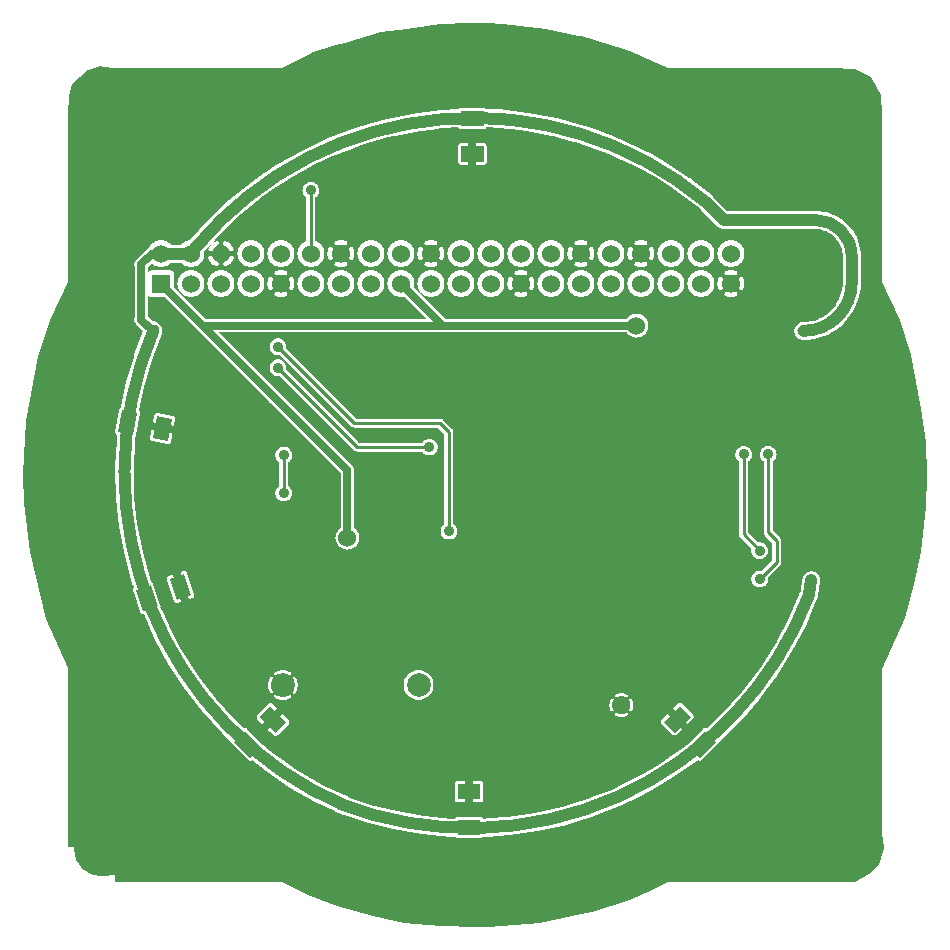
<source format=gbr>
G04 start of page 3 for group 5 idx 5 *
G04 Title: (unknown), bottom *
G04 Creator: pcb 4.2.0 *
G04 CreationDate: Fri Jan  3 20:58:43 2020 UTC *
G04 For: blinken *
G04 Format: Gerber/RS-274X *
G04 PCB-Dimensions (mil): 3149.61 3149.61 *
G04 PCB-Coordinate-Origin: lower left *
%MOIN*%
%FSLAX25Y25*%
%LNBOTTOM*%
%ADD38C,0.0394*%
%ADD37C,0.0380*%
%ADD36C,0.1142*%
%ADD35C,0.0350*%
%ADD34C,0.0200*%
%ADD33C,0.1869*%
%ADD32C,0.1969*%
%ADD31C,0.0360*%
%ADD30C,0.0787*%
%ADD29C,0.0600*%
%ADD28C,0.0250*%
%ADD27C,0.0100*%
%ADD26C,0.0400*%
%ADD25C,0.0001*%
G54D25*G36*
X24100Y226464D02*Y222861D01*
X22200D01*
Y229761D01*
X24100D01*
Y226464D01*
G37*
G36*
X29500Y216861D02*X37900D01*
Y215061D01*
X29500D01*
Y216861D01*
G37*
G36*
X42600Y224466D02*Y230361D01*
X44700D01*
Y229446D01*
X44654Y229407D01*
X44563Y229299D01*
X44374Y229087D01*
X44189Y228785D01*
X44054Y228458D01*
X43971Y228114D01*
X43943Y227761D01*
X43971Y227408D01*
X44000Y227286D01*
Y222661D01*
X42600D01*
Y224466D01*
G37*
G36*
X34379Y235661D02*X29100D01*
Y237361D01*
X37800D01*
Y235661D01*
X34379D01*
G37*
G36*
X254529Y130509D02*X254634Y130633D01*
X254865Y131008D01*
X255033Y131416D01*
X255136Y131844D01*
X255143Y131960D01*
X255162Y132283D01*
X255136Y132723D01*
X255033Y133151D01*
X254865Y133559D01*
X254634Y133934D01*
X254529Y134058D01*
Y136910D01*
X256500Y134939D01*
Y129094D01*
X254529Y127123D01*
Y130509D01*
G37*
G36*
X258196Y293307D02*X276378D01*
X284252Y292913D01*
X289370Y290157D01*
X292913Y284252D01*
X293307Y277559D01*
Y221654D01*
X299213Y209055D01*
X302756Y197638D01*
X306299Y179528D01*
X307874Y168504D01*
X308268Y157087D01*
X307874Y146850D01*
X306299Y131890D01*
X303937Y121260D01*
X300787Y109843D01*
X293307Y92913D01*
Y38189D01*
X293701Y33071D01*
X292126Y27559D01*
X288976Y24409D01*
X284252Y21654D01*
X258196D01*
Y90634D01*
X263263Y98665D01*
X267795Y107279D01*
X270963Y114651D01*
X270963D01*
X271638Y116222D01*
X271780Y116687D01*
X271844Y117169D01*
X271841Y117290D01*
X271864Y117400D01*
X272564Y121900D01*
X272609Y122369D01*
X272571Y122840D01*
X272459Y123298D01*
X272277Y123734D01*
X272030Y124136D01*
X271722Y124494D01*
X271362Y124800D01*
X270959Y125046D01*
X270522Y125225D01*
X270063Y125334D01*
X269592Y125370D01*
X269121Y125332D01*
X268662Y125220D01*
X268226Y125038D01*
X267824Y124790D01*
X267466Y124483D01*
X267161Y124123D01*
X266915Y123719D01*
X266735Y123283D01*
X266636Y122822D01*
X266002Y118748D01*
X265862Y118439D01*
X262294Y109903D01*
X258196Y102115D01*
Y126547D01*
X259019Y127370D01*
X259064Y127409D01*
X259217Y127588D01*
X259217Y127588D01*
X259341Y127789D01*
X259431Y128007D01*
X259486Y128237D01*
X259505Y128472D01*
X259500Y128531D01*
Y135502D01*
X259505Y135561D01*
X259486Y135796D01*
X259431Y136026D01*
X259341Y136244D01*
X259217Y136445D01*
X259064Y136625D01*
X259019Y136663D01*
X258196Y137486D01*
Y151350D01*
X258214Y151575D01*
X258206Y151664D01*
X258196D01*
Y239520D01*
X270718D01*
X270866Y239511D01*
X270882Y239510D01*
X271668Y239485D01*
X272465Y239380D01*
X273248Y239206D01*
X274014Y238965D01*
X274756Y238657D01*
X275469Y238286D01*
X276146Y237855D01*
X276783Y237366D01*
X277375Y236824D01*
X277917Y236232D01*
X278406Y235595D01*
X278838Y234917D01*
X279208Y234205D01*
X279438Y233651D01*
X279516Y233463D01*
X279757Y232697D01*
X279931Y231913D01*
X280036Y231117D01*
X280071Y230315D01*
X280082Y230118D01*
X280071Y229921D01*
Y222047D01*
X280076Y221956D01*
X280062Y221708D01*
X280058Y221654D01*
X280021Y220508D01*
X279871Y219372D01*
X279623Y218252D01*
X279278Y217159D01*
X278840Y216100D01*
X278310Y215083D01*
X277694Y214116D01*
X276996Y213206D01*
X276222Y212361D01*
X275376Y211586D01*
X274467Y210888D01*
X273500Y210272D01*
X272483Y209743D01*
X271424Y209304D01*
X270330Y208960D01*
X269211Y208711D01*
X268075Y208562D01*
X267142Y208521D01*
X267142D01*
X266929Y208512D01*
X266458Y208484D01*
X265999Y208374D01*
X265563Y208193D01*
X265160Y207946D01*
X264801Y207640D01*
X264495Y207281D01*
X264248Y206878D01*
X264067Y206442D01*
X263957Y205983D01*
X263920Y205512D01*
X263957Y205041D01*
X264067Y204582D01*
X264248Y204146D01*
X264495Y203743D01*
X264801Y203384D01*
X265160Y203077D01*
X265563Y202831D01*
X265999Y202650D01*
X266458Y202540D01*
X266929Y202512D01*
X268599Y202566D01*
X270256Y202785D01*
X271888Y203146D01*
X273482Y203649D01*
X275026Y204289D01*
X276509Y205061D01*
X277919Y205959D01*
X278994Y206784D01*
X279245Y206976D01*
X280477Y208105D01*
X281607Y209338D01*
X282624Y210664D01*
X283522Y212074D01*
X284294Y213556D01*
X284934Y215100D01*
X285436Y216695D01*
X285798Y218326D01*
X285995Y219825D01*
X286016Y219984D01*
X286080Y221449D01*
X286089Y221654D01*
X286066Y221972D01*
X286071Y222047D01*
Y229921D01*
X286059Y230118D01*
X286071Y230315D01*
X286027Y231641D01*
X285854Y232958D01*
X285567Y234254D01*
X285168Y235520D01*
X284659Y236747D01*
X284046Y237925D01*
X283333Y239044D01*
X282525Y240098D01*
X281628Y241077D01*
X280649Y241974D01*
X279596Y242782D01*
X279438Y242882D01*
X278476Y243495D01*
X277298Y244108D01*
X276071Y244616D01*
X274805Y245016D01*
X273509Y245303D01*
X272193Y245476D01*
X270866Y245534D01*
X270793Y245529D01*
X270663Y245520D01*
X258196D01*
Y293307D01*
G37*
G36*
Y137486D02*X256700Y138982D01*
Y161996D01*
X256851Y162088D01*
X257186Y162375D01*
X257472Y162710D01*
X257703Y163086D01*
X257871Y163493D01*
X257974Y163921D01*
X258000Y164361D01*
X257974Y164800D01*
X257871Y165229D01*
X257703Y165636D01*
X257472Y166012D01*
X257186Y166347D01*
X256851Y166633D01*
X256475Y166863D01*
X256068Y167032D01*
X255639Y167135D01*
X255200Y167169D01*
X254761Y167135D01*
X254529Y167079D01*
Y239520D01*
X258196D01*
Y151664D01*
X258178D01*
Y151125D01*
X258196Y151350D01*
Y137486D01*
G37*
G36*
Y102115D02*X257984Y101713D01*
X254529Y96236D01*
Y121060D01*
X254634Y121184D01*
X254865Y121560D01*
X255033Y121967D01*
X255136Y122395D01*
X255162Y122835D01*
X255136Y123274D01*
X255095Y123446D01*
X258196Y126547D01*
Y102115D01*
G37*
G36*
Y21654D02*X254529D01*
Y85692D01*
X258069Y90433D01*
X258196Y90634D01*
Y21654D01*
G37*
G36*
X254529Y293307D02*X258196D01*
Y245520D01*
X254529D01*
Y293307D01*
G37*
G36*
Y134058D02*X254348Y134269D01*
X254013Y134556D01*
X253637Y134786D01*
X253230Y134955D01*
X253220Y134957D01*
X252802Y135058D01*
X252362Y135092D01*
X251923Y135058D01*
X251751Y135016D01*
X248500Y138267D01*
Y161996D01*
X248651Y162088D01*
X248986Y162375D01*
X249272Y162710D01*
X249503Y163086D01*
X249671Y163493D01*
X249774Y163921D01*
X249800Y164361D01*
X249774Y164800D01*
X249671Y165229D01*
X249503Y165636D01*
X249272Y166012D01*
X248986Y166347D01*
X248651Y166633D01*
X248275Y166863D01*
X247868Y167032D01*
X247439Y167135D01*
X247000Y167169D01*
X246561Y167135D01*
X246408Y167098D01*
Y219152D01*
X246451Y219159D01*
X246563Y219197D01*
X246668Y219251D01*
X246763Y219321D01*
X246846Y219405D01*
X246915Y219501D01*
X246965Y219608D01*
X247114Y220015D01*
X247217Y220436D01*
X247280Y220866D01*
X247300Y221299D01*
X247280Y221733D01*
X247217Y222162D01*
X247114Y222583D01*
X246970Y222993D01*
X246918Y223099D01*
X246848Y223196D01*
X246765Y223280D01*
X246670Y223350D01*
X246565Y223405D01*
X246452Y223443D01*
X246408Y223450D01*
Y228601D01*
X246447Y228646D01*
X246817Y229250D01*
X247088Y229904D01*
X247254Y230593D01*
X247295Y231299D01*
X247254Y232005D01*
X247088Y232694D01*
X246817Y233348D01*
X246447Y233952D01*
X246408Y233998D01*
Y239520D01*
X254529D01*
Y167079D01*
X254332Y167032D01*
X253925Y166863D01*
X253549Y166633D01*
X253214Y166347D01*
X252928Y166012D01*
X252697Y165636D01*
X252529Y165229D01*
X252426Y164800D01*
X252391Y164361D01*
X252426Y163921D01*
X252529Y163493D01*
X252697Y163086D01*
X252928Y162710D01*
X253214Y162375D01*
X253549Y162088D01*
X253700Y161996D01*
Y138419D01*
X253695Y138361D01*
X253714Y138125D01*
X253769Y137896D01*
X253859Y137678D01*
X253983Y137476D01*
X254136Y137297D01*
X254181Y137258D01*
X254529Y136910D01*
Y134058D01*
G37*
G36*
Y96236D02*X253046Y93886D01*
X247509Y86470D01*
X246408Y85216D01*
Y136116D01*
X249629Y132895D01*
X249588Y132723D01*
X249554Y132283D01*
X249588Y131844D01*
X249691Y131416D01*
X249860Y131008D01*
X250090Y130633D01*
X250376Y130297D01*
X250711Y130011D01*
X250858Y129922D01*
X251087Y129781D01*
X251494Y129612D01*
X251923Y129509D01*
X252362Y129475D01*
X252802Y129509D01*
X253230Y129612D01*
X253637Y129781D01*
X254013Y130011D01*
X254348Y130297D01*
X254529Y130509D01*
Y127123D01*
X252974Y125567D01*
X252802Y125609D01*
X252362Y125643D01*
X251923Y125609D01*
X251494Y125506D01*
X251087Y125337D01*
X250858Y125196D01*
X250711Y125107D01*
X250376Y124821D01*
X250090Y124486D01*
X249860Y124110D01*
X249691Y123703D01*
X249588Y123274D01*
X249554Y122835D01*
X249588Y122395D01*
X249691Y121967D01*
X249860Y121560D01*
X250090Y121184D01*
X250376Y120849D01*
X250711Y120562D01*
X250990Y120391D01*
X251087Y120332D01*
X251494Y120163D01*
X251923Y120061D01*
X252362Y120026D01*
X252802Y120061D01*
X253230Y120163D01*
X253637Y120332D01*
X253734Y120391D01*
X254013Y120562D01*
X254348Y120849D01*
X254529Y121060D01*
Y96236D01*
G37*
G36*
Y21654D02*X246408D01*
Y75978D01*
X252246Y82634D01*
X254529Y85692D01*
Y21654D01*
G37*
G36*
X246408Y293307D02*X254529D01*
Y245520D01*
X246408D01*
Y293307D01*
G37*
G36*
Y233998D02*X245987Y234491D01*
X245448Y234951D01*
X244845Y235321D01*
X244190Y235592D01*
X243501Y235758D01*
X242797Y235813D01*
Y239520D01*
X246408D01*
Y233998D01*
G37*
G36*
Y85216D02*X242797Y81098D01*
Y216794D01*
X243229Y216815D01*
X243658Y216877D01*
X244079Y216981D01*
X244489Y217124D01*
X244595Y217177D01*
X244692Y217246D01*
X244776Y217329D01*
X244847Y217425D01*
X244901Y217530D01*
X244939Y217642D01*
X244958Y217759D01*
X244959Y217878D01*
X244941Y217995D01*
X244905Y218108D01*
X244852Y218214D01*
X244783Y218311D01*
X244700Y218395D01*
X244605Y218466D01*
X244499Y218520D01*
X244387Y218558D01*
X244270Y218577D01*
X244151Y218578D01*
X244034Y218560D01*
X243922Y218522D01*
X243650Y218424D01*
X243370Y218355D01*
X243084Y218313D01*
X242797Y218299D01*
Y224299D01*
X243084Y224285D01*
X243370Y224244D01*
X243650Y224175D01*
X243923Y224079D01*
X244035Y224041D01*
X244151Y224024D01*
X244270Y224025D01*
X244386Y224044D01*
X244498Y224081D01*
X244603Y224136D01*
X244698Y224206D01*
X244781Y224290D01*
X244849Y224386D01*
X244902Y224491D01*
X244938Y224604D01*
X244955Y224721D01*
X244955Y224839D01*
X244935Y224955D01*
X244898Y225067D01*
X244844Y225172D01*
X244773Y225267D01*
X244689Y225350D01*
X244593Y225418D01*
X244487Y225469D01*
X244079Y225618D01*
X243658Y225721D01*
X243229Y225784D01*
X242797Y225804D01*
Y226785D01*
X243501Y226841D01*
X244190Y227006D01*
X244845Y227277D01*
X245448Y227647D01*
X245987Y228107D01*
X246408Y228601D01*
Y223450D01*
X246335Y223462D01*
X246216Y223463D01*
X246099Y223445D01*
X245986Y223409D01*
X245880Y223356D01*
X245784Y223287D01*
X245699Y223204D01*
X245629Y223109D01*
X245574Y223003D01*
X245537Y222891D01*
X245517Y222774D01*
X245516Y222655D01*
X245534Y222538D01*
X245572Y222426D01*
X245671Y222154D01*
X245740Y221874D01*
X245781Y221588D01*
X245795Y221299D01*
X245781Y221011D01*
X245740Y220725D01*
X245671Y220444D01*
X245575Y220171D01*
X245537Y220060D01*
X245520Y219943D01*
X245521Y219825D01*
X245540Y219709D01*
X245577Y219597D01*
X245632Y219492D01*
X245702Y219397D01*
X245786Y219314D01*
X245882Y219245D01*
X245987Y219192D01*
X246100Y219157D01*
X246217Y219139D01*
X246335Y219140D01*
X246408Y219152D01*
Y167098D01*
X246132Y167032D01*
X245725Y166863D01*
X245349Y166633D01*
X245014Y166347D01*
X244728Y166012D01*
X244497Y165636D01*
X244329Y165229D01*
X244226Y164800D01*
X244191Y164361D01*
X244226Y163921D01*
X244329Y163493D01*
X244497Y163086D01*
X244728Y162710D01*
X245014Y162375D01*
X245349Y162088D01*
X245500Y161996D01*
Y137704D01*
X245495Y137646D01*
X245514Y137410D01*
X245569Y137181D01*
X245659Y136963D01*
X245783Y136761D01*
X245936Y136582D01*
X245981Y136543D01*
X246408Y136116D01*
Y85216D01*
G37*
G36*
Y21654D02*X242797D01*
Y72364D01*
X245828Y75316D01*
X246408Y75978D01*
Y21654D01*
G37*
G36*
X242797Y293307D02*X246408D01*
Y245520D01*
X242797D01*
Y293307D01*
G37*
G36*
X239182Y239769D02*X239451Y239658D01*
X239822Y239569D01*
X239910Y239547D01*
X239910D01*
X240381Y239510D01*
X240499Y239520D01*
X242797D01*
Y235813D01*
X242795Y235813D01*
X242089Y235758D01*
X241400Y235592D01*
X240746Y235321D01*
X240142Y234951D01*
X239603Y234491D01*
X239182Y233998D01*
Y239769D01*
G37*
G36*
X242797Y81098D02*X241406Y79512D01*
X239182Y77345D01*
Y219149D01*
X239256Y219136D01*
X239374Y219136D01*
X239491Y219153D01*
X239604Y219189D01*
X239711Y219242D01*
X239807Y219311D01*
X239891Y219394D01*
X239962Y219490D01*
X240016Y219595D01*
X240054Y219708D01*
X240073Y219825D01*
X240074Y219943D01*
X240057Y220061D01*
X240019Y220173D01*
X239920Y220444D01*
X239851Y220725D01*
X239809Y221011D01*
X239795Y221299D01*
X239809Y221588D01*
X239851Y221874D01*
X239920Y222154D01*
X240015Y222427D01*
X240053Y222539D01*
X240071Y222655D01*
X240070Y222773D01*
X240051Y222890D01*
X240013Y223002D01*
X239959Y223107D01*
X239889Y223202D01*
X239805Y223285D01*
X239709Y223353D01*
X239603Y223406D01*
X239491Y223442D01*
X239374Y223459D01*
X239256Y223458D01*
X239182Y223446D01*
Y228601D01*
X239603Y228107D01*
X240142Y227647D01*
X240746Y227277D01*
X241400Y227006D01*
X242089Y226841D01*
X242795Y226785D01*
X242797Y226785D01*
Y225804D01*
X242795Y225804D01*
X242362Y225784D01*
X241932Y225721D01*
X241511Y225618D01*
X241102Y225474D01*
X240995Y225421D01*
X240899Y225352D01*
X240814Y225269D01*
X240744Y225174D01*
X240689Y225068D01*
X240652Y224956D01*
X240633Y224839D01*
X240632Y224720D01*
X240649Y224603D01*
X240685Y224490D01*
X240738Y224384D01*
X240807Y224288D01*
X240891Y224203D01*
X240986Y224133D01*
X241091Y224078D01*
X241204Y224041D01*
X241321Y224021D01*
X241439Y224020D01*
X241557Y224038D01*
X241669Y224076D01*
X241940Y224175D01*
X242221Y224244D01*
X242507Y224285D01*
X242795Y224299D01*
X242797Y224299D01*
Y218299D01*
X242795Y218299D01*
X242507Y218313D01*
X242221Y218355D01*
X241940Y218424D01*
X241667Y218519D01*
X241556Y218557D01*
X241439Y218575D01*
X241321Y218574D01*
X241205Y218554D01*
X241093Y218517D01*
X240988Y218463D01*
X240893Y218393D01*
X240810Y218309D01*
X240741Y218213D01*
X240688Y218107D01*
X240653Y217995D01*
X240635Y217878D01*
X240636Y217760D01*
X240655Y217643D01*
X240693Y217531D01*
X240747Y217427D01*
X240817Y217332D01*
X240901Y217249D01*
X240997Y217180D01*
X241104Y217129D01*
X241511Y216981D01*
X241932Y216877D01*
X242362Y216815D01*
X242795Y216794D01*
X242797Y216794D01*
Y81098D01*
G37*
G36*
X239182Y77345D02*X234777Y73054D01*
X234697Y72988D01*
X234677Y73008D01*
X234542Y73090D01*
X234397Y73150D01*
X234244Y73187D01*
X234087Y73199D01*
X233930Y73187D01*
X233777Y73150D01*
X233632Y73090D01*
X233497Y73008D01*
X233380Y72903D01*
X232788Y72310D01*
Y216786D01*
X232795Y216785D01*
X233501Y216841D01*
X234190Y217006D01*
X234845Y217277D01*
X235448Y217647D01*
X235987Y218107D01*
X236447Y218646D01*
X236817Y219250D01*
X237088Y219904D01*
X237254Y220593D01*
X237295Y221299D01*
X237254Y222005D01*
X237088Y222694D01*
X236817Y223348D01*
X236447Y223952D01*
X235987Y224491D01*
X235448Y224951D01*
X234845Y225321D01*
X234190Y225592D01*
X233501Y225758D01*
X232795Y225813D01*
X232788Y225813D01*
Y226786D01*
X232795Y226785D01*
X233501Y226841D01*
X234190Y227006D01*
X234845Y227277D01*
X235448Y227647D01*
X235987Y228107D01*
X236447Y228646D01*
X236817Y229250D01*
X237088Y229904D01*
X237254Y230593D01*
X237295Y231299D01*
X237254Y232005D01*
X237088Y232694D01*
X236817Y233348D01*
X236447Y233952D01*
X235987Y234491D01*
X235448Y234951D01*
X234845Y235321D01*
X234190Y235592D01*
X233501Y235758D01*
X232795Y235813D01*
X232788Y235813D01*
Y245870D01*
X238177Y240481D01*
X238253Y240392D01*
X238612Y240085D01*
X238612Y240085D01*
X239015Y239838D01*
X239182Y239769D01*
Y233998D01*
X239143Y233952D01*
X238773Y233348D01*
X238502Y232694D01*
X238337Y232005D01*
X238281Y231299D01*
X238337Y230593D01*
X238502Y229904D01*
X238773Y229250D01*
X239143Y228646D01*
X239182Y228601D01*
Y223446D01*
X239139Y223439D01*
X239027Y223402D01*
X238923Y223348D01*
X238828Y223277D01*
X238745Y223193D01*
X238676Y223097D01*
X238625Y222991D01*
X238477Y222583D01*
X238373Y222162D01*
X238311Y221733D01*
X238290Y221299D01*
X238311Y220866D01*
X238373Y220436D01*
X238477Y220015D01*
X238621Y219606D01*
X238673Y219499D01*
X238742Y219403D01*
X238825Y219318D01*
X238921Y219248D01*
X239026Y219193D01*
X239139Y219156D01*
X239182Y219149D01*
Y77345D01*
G37*
G36*
X232788Y72310D02*X227986Y67497D01*
X227904Y67363D01*
X227889Y67325D01*
X227662Y67136D01*
X222788Y63692D01*
Y71513D01*
X223476Y70828D01*
X223610Y70746D01*
X223756Y70685D01*
X223909Y70649D01*
X224066Y70636D01*
X224223Y70649D01*
X224376Y70685D01*
X224521Y70746D01*
X224655Y70828D01*
X224773Y70932D01*
X230166Y76339D01*
X230249Y76473D01*
X230309Y76619D01*
X230346Y76772D01*
X230358Y76929D01*
X230346Y77085D01*
X230309Y77238D01*
X230249Y77384D01*
X230166Y77518D01*
X230062Y77636D01*
X226325Y81359D01*
X226191Y81441D01*
X226046Y81501D01*
X225893Y81538D01*
X225736Y81551D01*
X225579Y81538D01*
X225426Y81501D01*
X225280Y81441D01*
X225146Y81359D01*
X225029Y81255D01*
X222788Y79009D01*
Y216786D01*
X222795Y216785D01*
X223501Y216841D01*
X224190Y217006D01*
X224845Y217277D01*
X225448Y217647D01*
X225987Y218107D01*
X226447Y218646D01*
X226817Y219250D01*
X227088Y219904D01*
X227254Y220593D01*
X227295Y221299D01*
X227254Y222005D01*
X227088Y222694D01*
X226817Y223348D01*
X226447Y223952D01*
X225987Y224491D01*
X225448Y224951D01*
X224845Y225321D01*
X224190Y225592D01*
X223501Y225758D01*
X222795Y225813D01*
X222788Y225813D01*
Y226786D01*
X222795Y226785D01*
X223501Y226841D01*
X224190Y227006D01*
X224845Y227277D01*
X225448Y227647D01*
X225987Y228107D01*
X226447Y228646D01*
X226817Y229250D01*
X227088Y229904D01*
X227254Y230593D01*
X227295Y231299D01*
X227254Y232005D01*
X227088Y232694D01*
X226817Y233348D01*
X226447Y233952D01*
X225987Y234491D01*
X225448Y234951D01*
X224845Y235321D01*
X224190Y235592D01*
X223501Y235758D01*
X222795Y235813D01*
X222788Y235813D01*
Y253331D01*
X225413Y251610D01*
X232659Y246000D01*
X232788Y245870D01*
Y235813D01*
X232089Y235758D01*
X231400Y235592D01*
X230746Y235321D01*
X230142Y234951D01*
X229603Y234491D01*
X229143Y233952D01*
X228773Y233348D01*
X228502Y232694D01*
X228337Y232005D01*
X228281Y231299D01*
X228337Y230593D01*
X228502Y229904D01*
X228773Y229250D01*
X229143Y228646D01*
X229603Y228107D01*
X230142Y227647D01*
X230746Y227277D01*
X231400Y227006D01*
X232089Y226841D01*
X232788Y226786D01*
Y225813D01*
X232089Y225758D01*
X231400Y225592D01*
X230746Y225321D01*
X230142Y224951D01*
X229603Y224491D01*
X229143Y223952D01*
X228773Y223348D01*
X228502Y222694D01*
X228337Y222005D01*
X228281Y221299D01*
X228337Y220593D01*
X228502Y219904D01*
X228773Y219250D01*
X229143Y218646D01*
X229603Y218107D01*
X230142Y217647D01*
X230746Y217277D01*
X231400Y217006D01*
X232089Y216841D01*
X232788Y216786D01*
Y72310D01*
G37*
G36*
X222788Y63692D02*X220104Y61795D01*
X216408Y59597D01*
Y218601D01*
X216447Y218646D01*
X216817Y219250D01*
X217088Y219904D01*
X217254Y220593D01*
X217295Y221299D01*
X217254Y222005D01*
X217088Y222694D01*
X216817Y223348D01*
X216447Y223952D01*
X216408Y223998D01*
Y229152D01*
X216451Y229159D01*
X216563Y229197D01*
X216668Y229251D01*
X216763Y229321D01*
X216846Y229405D01*
X216915Y229501D01*
X216965Y229608D01*
X217114Y230015D01*
X217217Y230436D01*
X217280Y230866D01*
X217300Y231299D01*
X217280Y231733D01*
X217217Y232162D01*
X217114Y232583D01*
X216970Y232993D01*
X216918Y233099D01*
X216848Y233196D01*
X216765Y233280D01*
X216670Y233350D01*
X216565Y233405D01*
X216452Y233443D01*
X216408Y233450D01*
Y257378D01*
X217673Y256684D01*
X222788Y253331D01*
Y235813D01*
X222089Y235758D01*
X221400Y235592D01*
X220746Y235321D01*
X220142Y234951D01*
X219603Y234491D01*
X219143Y233952D01*
X218773Y233348D01*
X218502Y232694D01*
X218337Y232005D01*
X218281Y231299D01*
X218337Y230593D01*
X218502Y229904D01*
X218773Y229250D01*
X219143Y228646D01*
X219603Y228107D01*
X220142Y227647D01*
X220746Y227277D01*
X221400Y227006D01*
X222089Y226841D01*
X222788Y226786D01*
Y225813D01*
X222089Y225758D01*
X221400Y225592D01*
X220746Y225321D01*
X220142Y224951D01*
X219603Y224491D01*
X219143Y223952D01*
X218773Y223348D01*
X218502Y222694D01*
X218337Y222005D01*
X218281Y221299D01*
X218337Y220593D01*
X218502Y219904D01*
X218773Y219250D01*
X219143Y218646D01*
X219603Y218107D01*
X220142Y217647D01*
X220746Y217277D01*
X221400Y217006D01*
X222089Y216841D01*
X222788Y216786D01*
Y79009D01*
X219635Y75848D01*
X219553Y75714D01*
X219493Y75568D01*
X219456Y75415D01*
X219444Y75258D01*
X219456Y75102D01*
X219493Y74948D01*
X219553Y74803D01*
X219635Y74669D01*
X219740Y74551D01*
X222788Y71513D01*
Y63692D01*
G37*
G36*
X242797Y21654D02*X221654D01*
X216408Y19185D01*
Y52509D01*
X223424Y56683D01*
X231372Y62301D01*
X231717Y62587D01*
X231827Y62477D01*
X231962Y62395D01*
X232107Y62334D01*
X232260Y62298D01*
X232417Y62285D01*
X232574Y62298D01*
X232727Y62334D01*
X232872Y62395D01*
X233007Y62477D01*
X233124Y62581D01*
X238517Y67988D01*
X238600Y68122D01*
X238660Y68267D01*
X238688Y68385D01*
X238856Y68525D01*
X242797Y72364D01*
Y21654D01*
G37*
G36*
X216408Y295602D02*X221654Y293307D01*
X242797D01*
Y245520D01*
X241624D01*
X236937Y250206D01*
X236930Y250216D01*
X236882Y250261D01*
X236780Y250364D01*
X236680Y250452D01*
X236587Y250540D01*
X236533Y250583D01*
X236427Y250677D01*
X236369Y250713D01*
X231136Y254847D01*
X229081Y256471D01*
X228952Y256573D01*
X220812Y261909D01*
X216408Y264325D01*
Y295602D01*
G37*
G36*
Y223998D02*X215987Y224491D01*
X215448Y224951D01*
X214845Y225321D01*
X214190Y225592D01*
X213501Y225758D01*
X212797Y225813D01*
Y226794D01*
X213229Y226815D01*
X213658Y226877D01*
X214079Y226981D01*
X214489Y227124D01*
X214595Y227177D01*
X214692Y227246D01*
X214776Y227329D01*
X214847Y227425D01*
X214901Y227530D01*
X214939Y227642D01*
X214958Y227759D01*
X214959Y227878D01*
X214941Y227995D01*
X214905Y228108D01*
X214852Y228214D01*
X214783Y228311D01*
X214700Y228395D01*
X214605Y228466D01*
X214499Y228520D01*
X214387Y228558D01*
X214270Y228577D01*
X214151Y228578D01*
X214034Y228560D01*
X213922Y228522D01*
X213650Y228424D01*
X213370Y228355D01*
X213084Y228313D01*
X212797Y228299D01*
Y234299D01*
X213084Y234285D01*
X213370Y234244D01*
X213650Y234175D01*
X213923Y234079D01*
X214035Y234041D01*
X214151Y234024D01*
X214270Y234025D01*
X214386Y234044D01*
X214498Y234081D01*
X214603Y234136D01*
X214698Y234206D01*
X214781Y234290D01*
X214849Y234386D01*
X214902Y234491D01*
X214938Y234604D01*
X214955Y234721D01*
X214955Y234839D01*
X214935Y234955D01*
X214898Y235067D01*
X214844Y235172D01*
X214773Y235267D01*
X214689Y235350D01*
X214593Y235418D01*
X214487Y235469D01*
X214079Y235618D01*
X213658Y235721D01*
X213229Y235784D01*
X212797Y235804D01*
Y259359D01*
X216408Y257378D01*
Y233450D01*
X216335Y233462D01*
X216216Y233463D01*
X216099Y233445D01*
X215986Y233409D01*
X215880Y233356D01*
X215784Y233287D01*
X215699Y233204D01*
X215629Y233109D01*
X215574Y233003D01*
X215537Y232891D01*
X215517Y232774D01*
X215516Y232655D01*
X215534Y232538D01*
X215572Y232426D01*
X215671Y232154D01*
X215740Y231874D01*
X215781Y231588D01*
X215795Y231299D01*
X215781Y231011D01*
X215740Y230725D01*
X215671Y230444D01*
X215575Y230171D01*
X215537Y230060D01*
X215520Y229943D01*
X215521Y229825D01*
X215540Y229709D01*
X215577Y229597D01*
X215632Y229492D01*
X215702Y229397D01*
X215786Y229314D01*
X215882Y229245D01*
X215987Y229192D01*
X216100Y229157D01*
X216217Y229139D01*
X216335Y229140D01*
X216408Y229152D01*
Y223998D01*
G37*
G36*
Y59597D02*X212797Y57448D01*
Y203592D01*
X213117Y203724D01*
X213654Y204053D01*
X214132Y204462D01*
X214541Y204941D01*
X214870Y205478D01*
X215111Y206059D01*
X215258Y206672D01*
X215295Y207299D01*
X215258Y207927D01*
X215111Y208539D01*
X214870Y209121D01*
X214541Y209658D01*
X214132Y210136D01*
X213654Y210545D01*
X213117Y210874D01*
X212797Y211007D01*
Y216785D01*
X213501Y216841D01*
X214190Y217006D01*
X214845Y217277D01*
X215448Y217647D01*
X215987Y218107D01*
X216408Y218601D01*
Y59597D01*
G37*
G36*
Y19185D02*X212797Y17486D01*
Y50591D01*
X215059Y51706D01*
X216408Y52509D01*
Y19185D01*
G37*
G36*
X212797Y297182D02*X216408Y295602D01*
Y264325D01*
X212797Y266307D01*
Y297182D01*
G37*
G36*
X209182Y261306D02*X209559Y261136D01*
X212797Y259359D01*
Y235804D01*
X212795Y235804D01*
X212362Y235784D01*
X211932Y235721D01*
X211511Y235618D01*
X211102Y235474D01*
X210995Y235421D01*
X210899Y235352D01*
X210814Y235269D01*
X210744Y235174D01*
X210689Y235068D01*
X210652Y234956D01*
X210633Y234839D01*
X210632Y234720D01*
X210649Y234603D01*
X210685Y234490D01*
X210738Y234384D01*
X210807Y234288D01*
X210891Y234203D01*
X210986Y234133D01*
X211091Y234078D01*
X211204Y234041D01*
X211321Y234021D01*
X211439Y234020D01*
X211557Y234038D01*
X211669Y234076D01*
X211940Y234175D01*
X212221Y234244D01*
X212507Y234285D01*
X212795Y234299D01*
X212797Y234299D01*
Y228299D01*
X212795Y228299D01*
X212507Y228313D01*
X212221Y228355D01*
X211940Y228424D01*
X211667Y228519D01*
X211556Y228557D01*
X211439Y228575D01*
X211321Y228574D01*
X211205Y228554D01*
X211093Y228517D01*
X210988Y228463D01*
X210893Y228393D01*
X210810Y228309D01*
X210741Y228213D01*
X210688Y228107D01*
X210653Y227995D01*
X210635Y227878D01*
X210636Y227760D01*
X210655Y227643D01*
X210693Y227531D01*
X210747Y227427D01*
X210817Y227332D01*
X210901Y227249D01*
X210997Y227180D01*
X211104Y227129D01*
X211511Y226981D01*
X211932Y226877D01*
X212362Y226815D01*
X212795Y226794D01*
X212797Y226794D01*
Y225813D01*
X212795Y225813D01*
X212089Y225758D01*
X211400Y225592D01*
X210746Y225321D01*
X210142Y224951D01*
X209603Y224491D01*
X209182Y223998D01*
Y229149D01*
X209256Y229136D01*
X209374Y229136D01*
X209491Y229153D01*
X209604Y229189D01*
X209711Y229242D01*
X209807Y229311D01*
X209891Y229394D01*
X209962Y229490D01*
X210016Y229595D01*
X210054Y229708D01*
X210073Y229825D01*
X210074Y229943D01*
X210057Y230061D01*
X210019Y230173D01*
X209920Y230444D01*
X209851Y230725D01*
X209809Y231011D01*
X209795Y231299D01*
X209809Y231588D01*
X209851Y231874D01*
X209920Y232154D01*
X210015Y232427D01*
X210053Y232539D01*
X210071Y232655D01*
X210070Y232773D01*
X210051Y232890D01*
X210013Y233002D01*
X209959Y233107D01*
X209889Y233202D01*
X209805Y233285D01*
X209709Y233353D01*
X209603Y233406D01*
X209491Y233442D01*
X209374Y233459D01*
X209256Y233458D01*
X209182Y233446D01*
Y261306D01*
G37*
G36*
X212797Y211007D02*X212535Y211115D01*
X211923Y211262D01*
X211295Y211312D01*
X210668Y211262D01*
X210055Y211115D01*
X209474Y210874D01*
X209182Y210696D01*
Y218601D01*
X209603Y218107D01*
X210142Y217647D01*
X210746Y217277D01*
X211400Y217006D01*
X212089Y216841D01*
X212795Y216785D01*
X212797Y216785D01*
Y211007D01*
G37*
G36*
X209182Y210696D02*X208937Y210545D01*
X208458Y210136D01*
X208049Y209658D01*
X207983Y209549D01*
X202788D01*
Y216786D01*
X202795Y216785D01*
X203501Y216841D01*
X204190Y217006D01*
X204845Y217277D01*
X205448Y217647D01*
X205987Y218107D01*
X206447Y218646D01*
X206817Y219250D01*
X207088Y219904D01*
X207254Y220593D01*
X207295Y221299D01*
X207254Y222005D01*
X207088Y222694D01*
X206817Y223348D01*
X206447Y223952D01*
X205987Y224491D01*
X205448Y224951D01*
X204845Y225321D01*
X204190Y225592D01*
X203501Y225758D01*
X202795Y225813D01*
X202788Y225813D01*
Y226786D01*
X202795Y226785D01*
X203501Y226841D01*
X204190Y227006D01*
X204845Y227277D01*
X205448Y227647D01*
X205987Y228107D01*
X206447Y228646D01*
X206817Y229250D01*
X207088Y229904D01*
X207254Y230593D01*
X207295Y231299D01*
X207254Y232005D01*
X207088Y232694D01*
X206817Y233348D01*
X206447Y233952D01*
X205987Y234491D01*
X205448Y234951D01*
X204845Y235321D01*
X204190Y235592D01*
X203501Y235758D01*
X202795Y235813D01*
X202788Y235813D01*
Y264186D01*
X209182Y261306D01*
Y233446D01*
X209139Y233439D01*
X209027Y233402D01*
X208923Y233348D01*
X208828Y233277D01*
X208745Y233193D01*
X208676Y233097D01*
X208625Y232991D01*
X208477Y232583D01*
X208373Y232162D01*
X208311Y231733D01*
X208290Y231299D01*
X208311Y230866D01*
X208373Y230436D01*
X208477Y230015D01*
X208621Y229606D01*
X208673Y229499D01*
X208742Y229403D01*
X208825Y229318D01*
X208921Y229248D01*
X209026Y229193D01*
X209139Y229156D01*
X209182Y229149D01*
Y223998D01*
X209143Y223952D01*
X208773Y223348D01*
X208502Y222694D01*
X208337Y222005D01*
X208281Y221299D01*
X208337Y220593D01*
X208502Y219904D01*
X208773Y219250D01*
X209143Y218646D01*
X209182Y218601D01*
Y210696D01*
G37*
G36*
X202788Y209549D02*X196408D01*
Y218601D01*
X196447Y218646D01*
X196817Y219250D01*
X197088Y219904D01*
X197254Y220593D01*
X197295Y221299D01*
X197254Y222005D01*
X197088Y222694D01*
X196817Y223348D01*
X196447Y223952D01*
X196408Y223998D01*
Y229152D01*
X196451Y229159D01*
X196563Y229197D01*
X196668Y229251D01*
X196763Y229321D01*
X196846Y229405D01*
X196915Y229501D01*
X196965Y229608D01*
X197114Y230015D01*
X197217Y230436D01*
X197280Y230866D01*
X197300Y231299D01*
X197280Y231733D01*
X197217Y232162D01*
X197114Y232583D01*
X196970Y232993D01*
X196918Y233099D01*
X196848Y233196D01*
X196765Y233280D01*
X196670Y233350D01*
X196565Y233405D01*
X196452Y233443D01*
X196408Y233450D01*
Y266629D01*
X201121Y264937D01*
X202788Y264186D01*
Y235813D01*
X202089Y235758D01*
X201400Y235592D01*
X200746Y235321D01*
X200142Y234951D01*
X199603Y234491D01*
X199143Y233952D01*
X198773Y233348D01*
X198502Y232694D01*
X198337Y232005D01*
X198281Y231299D01*
X198337Y230593D01*
X198502Y229904D01*
X198773Y229250D01*
X199143Y228646D01*
X199603Y228107D01*
X200142Y227647D01*
X200746Y227277D01*
X201400Y227006D01*
X202089Y226841D01*
X202788Y226786D01*
Y225813D01*
X202089Y225758D01*
X201400Y225592D01*
X200746Y225321D01*
X200142Y224951D01*
X199603Y224491D01*
X199143Y223952D01*
X198773Y223348D01*
X198502Y222694D01*
X198337Y222005D01*
X198281Y221299D01*
X198337Y220593D01*
X198502Y219904D01*
X198773Y219250D01*
X199143Y218646D01*
X199603Y218107D01*
X200142Y217647D01*
X200746Y217277D01*
X201400Y217006D01*
X202089Y216841D01*
X202788Y216786D01*
Y209549D01*
G37*
G36*
X212797Y57448D02*X212150Y57063D01*
X209579Y55795D01*
Y78668D01*
X209582Y78669D01*
X209650Y78708D01*
X209712Y78758D01*
X209765Y78816D01*
X209806Y78883D01*
X209969Y79207D01*
X210099Y79547D01*
X210197Y79898D01*
X210262Y80255D01*
X210295Y80617D01*
Y80981D01*
X210262Y81343D01*
X210197Y81701D01*
X210099Y82051D01*
X209969Y82391D01*
X209810Y82718D01*
X209767Y82784D01*
X209714Y82843D01*
X209652Y82893D01*
X209584Y82932D01*
X209579Y82934D01*
Y203681D01*
X210055Y203483D01*
X210668Y203336D01*
X211295Y203287D01*
X211923Y203336D01*
X212535Y203483D01*
X212797Y203592D01*
Y57448D01*
G37*
G36*
X209579Y55795D02*X206294Y54175D01*
Y76799D01*
X206477D01*
X206839Y76832D01*
X207197Y76898D01*
X207547Y76996D01*
X207887Y77125D01*
X208214Y77285D01*
X208280Y77327D01*
X208339Y77381D01*
X208389Y77442D01*
X208428Y77511D01*
X208456Y77585D01*
X208473Y77662D01*
X208477Y77741D01*
X208468Y77820D01*
X208448Y77897D01*
X208415Y77969D01*
X208372Y78035D01*
X208319Y78094D01*
X208257Y78144D01*
X208189Y78183D01*
X208115Y78211D01*
X208037Y78228D01*
X207958Y78232D01*
X207879Y78223D01*
X207803Y78202D01*
X207731Y78169D01*
X207488Y78046D01*
X207233Y77950D01*
X206971Y77876D01*
X206703Y77827D01*
X206432Y77802D01*
X206294D01*
Y83796D01*
X206432D01*
X206703Y83771D01*
X206971Y83722D01*
X207233Y83649D01*
X207488Y83552D01*
X207733Y83432D01*
X207804Y83399D01*
X207880Y83378D01*
X207958Y83370D01*
X208037Y83374D01*
X208114Y83390D01*
X208187Y83418D01*
X208255Y83457D01*
X208317Y83507D01*
X208369Y83565D01*
X208413Y83631D01*
X208445Y83703D01*
X208465Y83779D01*
X208474Y83857D01*
X208470Y83936D01*
X208453Y84013D01*
X208425Y84086D01*
X208386Y84154D01*
X208337Y84216D01*
X208279Y84268D01*
X208212Y84310D01*
X207887Y84473D01*
X207547Y84603D01*
X207197Y84701D01*
X206839Y84766D01*
X206477Y84799D01*
X206294D01*
Y205049D01*
X207983D01*
X208049Y204941D01*
X208458Y204462D01*
X208937Y204053D01*
X209474Y203724D01*
X209579Y203681D01*
Y82934D01*
X209510Y82960D01*
X209432Y82977D01*
X209353Y82981D01*
X209274Y82972D01*
X209198Y82952D01*
X209126Y82919D01*
X209059Y82876D01*
X209000Y82823D01*
X208951Y82761D01*
X208911Y82692D01*
X208883Y82618D01*
X208867Y82541D01*
X208863Y82462D01*
X208871Y82383D01*
X208892Y82307D01*
X208926Y82235D01*
X209048Y81992D01*
X209145Y81737D01*
X209218Y81475D01*
X209267Y81207D01*
X209292Y80935D01*
Y80663D01*
X209267Y80392D01*
X209218Y80124D01*
X209145Y79861D01*
X209048Y79607D01*
X208928Y79362D01*
X208895Y79291D01*
X208874Y79215D01*
X208866Y79136D01*
X208870Y79058D01*
X208886Y78981D01*
X208914Y78907D01*
X208953Y78839D01*
X209003Y78778D01*
X209061Y78725D01*
X209127Y78682D01*
X209199Y78650D01*
X209275Y78629D01*
X209353Y78621D01*
X209432Y78625D01*
X209509Y78641D01*
X209579Y78668D01*
Y55795D01*
G37*
G36*
X206294Y54175D02*X203850Y52970D01*
X203011Y52635D01*
Y78665D01*
X203081Y78638D01*
X203158Y78622D01*
X203238Y78618D01*
X203316Y78626D01*
X203393Y78647D01*
X203465Y78679D01*
X203531Y78723D01*
X203590Y78776D01*
X203640Y78837D01*
X203679Y78906D01*
X203707Y78980D01*
X203724Y79057D01*
X203728Y79137D01*
X203719Y79215D01*
X203699Y79292D01*
X203665Y79363D01*
X203543Y79607D01*
X203446Y79861D01*
X203372Y80124D01*
X203323Y80392D01*
X203298Y80663D01*
Y80935D01*
X203323Y81207D01*
X203372Y81475D01*
X203446Y81737D01*
X203543Y81992D01*
X203662Y82237D01*
X203696Y82308D01*
X203716Y82384D01*
X203725Y82462D01*
X203721Y82541D01*
X203704Y82618D01*
X203676Y82691D01*
X203637Y82759D01*
X203588Y82821D01*
X203529Y82873D01*
X203464Y82916D01*
X203392Y82949D01*
X203316Y82969D01*
X203237Y82978D01*
X203159Y82974D01*
X203082Y82957D01*
X203011Y82931D01*
Y205049D01*
X206294D01*
Y84799D01*
X206113D01*
X205751Y84766D01*
X205394Y84701D01*
X205043Y84603D01*
X204703Y84473D01*
X204377Y84314D01*
X204310Y84271D01*
X204251Y84218D01*
X204202Y84156D01*
X204162Y84088D01*
X204134Y84014D01*
X204118Y83936D01*
X204114Y83857D01*
X204122Y83778D01*
X204143Y83702D01*
X204175Y83629D01*
X204219Y83563D01*
X204272Y83504D01*
X204333Y83455D01*
X204402Y83415D01*
X204476Y83387D01*
X204554Y83371D01*
X204633Y83367D01*
X204711Y83375D01*
X204788Y83396D01*
X204859Y83430D01*
X205103Y83552D01*
X205357Y83649D01*
X205620Y83722D01*
X205888Y83771D01*
X206159Y83796D01*
X206294D01*
Y77802D01*
X206159D01*
X205888Y77827D01*
X205620Y77876D01*
X205357Y77950D01*
X205103Y78046D01*
X204858Y78166D01*
X204787Y78200D01*
X204711Y78220D01*
X204633Y78228D01*
X204554Y78225D01*
X204477Y78208D01*
X204403Y78180D01*
X204335Y78141D01*
X204274Y78092D01*
X204221Y78033D01*
X204178Y77967D01*
X204146Y77896D01*
X204125Y77820D01*
X204117Y77741D01*
X204121Y77663D01*
X204137Y77586D01*
X204165Y77512D01*
X204204Y77444D01*
X204254Y77383D01*
X204312Y77330D01*
X204379Y77288D01*
X204703Y77125D01*
X205043Y76996D01*
X205394Y76898D01*
X205751Y76832D01*
X206113Y76799D01*
X206294D01*
Y54175D01*
G37*
G36*
X203011Y52635D02*X196408Y50001D01*
Y205049D01*
X203011D01*
Y82931D01*
X203008Y82929D01*
X202940Y82890D01*
X202879Y82841D01*
X202826Y82782D01*
X202784Y82716D01*
X202621Y82391D01*
X202492Y82051D01*
X202394Y81701D01*
X202328Y81343D01*
X202295Y80981D01*
Y80617D01*
X202328Y80255D01*
X202394Y79898D01*
X202492Y79547D01*
X202621Y79207D01*
X202781Y78881D01*
X202824Y78814D01*
X202877Y78755D01*
X202938Y78706D01*
X203007Y78666D01*
X203011Y78665D01*
Y52635D01*
G37*
G36*
X212797Y17486D02*X208268Y15354D01*
X197638Y12205D01*
X196408Y11943D01*
Y43521D01*
X197289Y43795D01*
X206329Y47401D01*
X212797Y50591D01*
Y17486D01*
G37*
G36*
X196408Y302662D02*X200394Y301575D01*
X209055Y298819D01*
X212797Y297182D01*
Y266307D01*
X212279Y266591D01*
X203404Y270589D01*
X196408Y273100D01*
Y302662D01*
G37*
G36*
Y223998D02*X195987Y224491D01*
X195448Y224951D01*
X194845Y225321D01*
X194190Y225592D01*
X193501Y225758D01*
X192797Y225813D01*
Y226794D01*
X193229Y226815D01*
X193658Y226877D01*
X194079Y226981D01*
X194489Y227124D01*
X194595Y227177D01*
X194692Y227246D01*
X194776Y227329D01*
X194847Y227425D01*
X194901Y227530D01*
X194939Y227642D01*
X194958Y227759D01*
X194959Y227878D01*
X194941Y227995D01*
X194905Y228108D01*
X194852Y228214D01*
X194783Y228311D01*
X194700Y228395D01*
X194605Y228466D01*
X194499Y228520D01*
X194387Y228558D01*
X194270Y228577D01*
X194151Y228578D01*
X194034Y228560D01*
X193922Y228522D01*
X193650Y228424D01*
X193370Y228355D01*
X193084Y228313D01*
X192797Y228299D01*
Y234299D01*
X193084Y234285D01*
X193370Y234244D01*
X193650Y234175D01*
X193923Y234079D01*
X194035Y234041D01*
X194151Y234024D01*
X194270Y234025D01*
X194386Y234044D01*
X194498Y234081D01*
X194603Y234136D01*
X194698Y234206D01*
X194781Y234290D01*
X194849Y234386D01*
X194902Y234491D01*
X194938Y234604D01*
X194955Y234721D01*
X194955Y234839D01*
X194935Y234955D01*
X194898Y235067D01*
X194844Y235172D01*
X194773Y235267D01*
X194689Y235350D01*
X194593Y235418D01*
X194487Y235469D01*
X194079Y235618D01*
X193658Y235721D01*
X193229Y235784D01*
X192797Y235804D01*
Y267926D01*
X196408Y266629D01*
Y233450D01*
X196335Y233462D01*
X196216Y233463D01*
X196099Y233445D01*
X195986Y233409D01*
X195880Y233356D01*
X195784Y233287D01*
X195699Y233204D01*
X195629Y233109D01*
X195574Y233003D01*
X195537Y232891D01*
X195517Y232774D01*
X195516Y232655D01*
X195534Y232538D01*
X195572Y232426D01*
X195671Y232154D01*
X195740Y231874D01*
X195781Y231588D01*
X195795Y231299D01*
X195781Y231011D01*
X195740Y230725D01*
X195671Y230444D01*
X195575Y230171D01*
X195537Y230060D01*
X195520Y229943D01*
X195521Y229825D01*
X195540Y229709D01*
X195577Y229597D01*
X195632Y229492D01*
X195702Y229397D01*
X195786Y229314D01*
X195882Y229245D01*
X195987Y229192D01*
X196100Y229157D01*
X196217Y229139D01*
X196335Y229140D01*
X196408Y229152D01*
Y223998D01*
G37*
G36*
Y209549D02*X192797D01*
Y216785D01*
X193501Y216841D01*
X194190Y217006D01*
X194845Y217277D01*
X195448Y217647D01*
X195987Y218107D01*
X196408Y218601D01*
Y209549D01*
G37*
G36*
Y50001D02*X195254Y49540D01*
X192797Y48778D01*
Y205049D01*
X196408D01*
Y50001D01*
G37*
G36*
Y11943D02*X192797Y11175D01*
Y42400D01*
X196408Y43521D01*
Y11943D01*
G37*
G36*
X192797Y303647D02*X196408Y302662D01*
Y273100D01*
X194243Y273878D01*
X192797Y274272D01*
Y303647D01*
G37*
G36*
X189182Y268944D02*X192410Y268064D01*
X192797Y267926D01*
Y235804D01*
X192795Y235804D01*
X192362Y235784D01*
X191932Y235721D01*
X191511Y235618D01*
X191102Y235474D01*
X190995Y235421D01*
X190899Y235352D01*
X190814Y235269D01*
X190744Y235174D01*
X190689Y235068D01*
X190652Y234956D01*
X190633Y234839D01*
X190632Y234720D01*
X190649Y234603D01*
X190685Y234490D01*
X190738Y234384D01*
X190807Y234288D01*
X190891Y234203D01*
X190986Y234133D01*
X191091Y234078D01*
X191204Y234041D01*
X191321Y234021D01*
X191439Y234020D01*
X191557Y234038D01*
X191669Y234076D01*
X191940Y234175D01*
X192221Y234244D01*
X192507Y234285D01*
X192795Y234299D01*
X192797Y234299D01*
Y228299D01*
X192795Y228299D01*
X192507Y228313D01*
X192221Y228355D01*
X191940Y228424D01*
X191667Y228519D01*
X191556Y228557D01*
X191439Y228575D01*
X191321Y228574D01*
X191205Y228554D01*
X191093Y228517D01*
X190988Y228463D01*
X190893Y228393D01*
X190810Y228309D01*
X190741Y228213D01*
X190688Y228107D01*
X190653Y227995D01*
X190635Y227878D01*
X190636Y227760D01*
X190655Y227643D01*
X190693Y227531D01*
X190747Y227427D01*
X190817Y227332D01*
X190901Y227249D01*
X190997Y227180D01*
X191104Y227129D01*
X191511Y226981D01*
X191932Y226877D01*
X192362Y226815D01*
X192795Y226794D01*
X192797Y226794D01*
Y225813D01*
X192795Y225813D01*
X192089Y225758D01*
X191400Y225592D01*
X190746Y225321D01*
X190142Y224951D01*
X189603Y224491D01*
X189182Y223998D01*
Y229149D01*
X189256Y229136D01*
X189374Y229136D01*
X189491Y229153D01*
X189604Y229189D01*
X189711Y229242D01*
X189807Y229311D01*
X189891Y229394D01*
X189962Y229490D01*
X190016Y229595D01*
X190054Y229708D01*
X190073Y229825D01*
X190074Y229943D01*
X190057Y230061D01*
X190019Y230173D01*
X189920Y230444D01*
X189851Y230725D01*
X189809Y231011D01*
X189795Y231299D01*
X189809Y231588D01*
X189851Y231874D01*
X189920Y232154D01*
X190015Y232427D01*
X190053Y232539D01*
X190071Y232655D01*
X190070Y232773D01*
X190051Y232890D01*
X190013Y233002D01*
X189959Y233107D01*
X189889Y233202D01*
X189805Y233285D01*
X189709Y233353D01*
X189603Y233406D01*
X189491Y233442D01*
X189374Y233459D01*
X189256Y233458D01*
X189182Y233446D01*
Y268944D01*
G37*
G36*
X192797Y209549D02*X189182D01*
Y218601D01*
X189603Y218107D01*
X190142Y217647D01*
X190746Y217277D01*
X191400Y217006D01*
X192089Y216841D01*
X192795Y216785D01*
X192797Y216785D01*
Y209549D01*
G37*
G36*
X189182D02*X182788D01*
Y216786D01*
X182795Y216785D01*
X183501Y216841D01*
X184190Y217006D01*
X184845Y217277D01*
X185448Y217647D01*
X185987Y218107D01*
X186447Y218646D01*
X186817Y219250D01*
X187088Y219904D01*
X187254Y220593D01*
X187295Y221299D01*
X187254Y222005D01*
X187088Y222694D01*
X186817Y223348D01*
X186447Y223952D01*
X185987Y224491D01*
X185448Y224951D01*
X184845Y225321D01*
X184190Y225592D01*
X183501Y225758D01*
X182795Y225813D01*
X182788Y225813D01*
Y226786D01*
X182795Y226785D01*
X183501Y226841D01*
X184190Y227006D01*
X184845Y227277D01*
X185448Y227647D01*
X185987Y228107D01*
X186447Y228646D01*
X186817Y229250D01*
X187088Y229904D01*
X187254Y230593D01*
X187295Y231299D01*
X187254Y232005D01*
X187088Y232694D01*
X186817Y233348D01*
X186447Y233952D01*
X185987Y234491D01*
X185448Y234951D01*
X184845Y235321D01*
X184190Y235592D01*
X183501Y235758D01*
X182795Y235813D01*
X182788Y235813D01*
Y270630D01*
X183481Y270499D01*
X186955Y269552D01*
X189182Y268944D01*
Y233446D01*
X189139Y233439D01*
X189027Y233402D01*
X188923Y233348D01*
X188828Y233277D01*
X188745Y233193D01*
X188676Y233097D01*
X188625Y232991D01*
X188477Y232583D01*
X188373Y232162D01*
X188311Y231733D01*
X188290Y231299D01*
X188311Y230866D01*
X188373Y230436D01*
X188477Y230015D01*
X188621Y229606D01*
X188673Y229499D01*
X188742Y229403D01*
X188825Y229318D01*
X188921Y229248D01*
X189026Y229193D01*
X189139Y229156D01*
X189182Y229149D01*
Y223998D01*
X189143Y223952D01*
X188773Y223348D01*
X188502Y222694D01*
X188337Y222005D01*
X188281Y221299D01*
X188337Y220593D01*
X188502Y219904D01*
X188773Y219250D01*
X189143Y218646D01*
X189182Y218601D01*
Y209549D01*
G37*
G36*
X182788D02*X176408D01*
Y219152D01*
X176451Y219159D01*
X176563Y219197D01*
X176668Y219251D01*
X176763Y219321D01*
X176846Y219405D01*
X176915Y219501D01*
X176965Y219608D01*
X177114Y220015D01*
X177217Y220436D01*
X177280Y220866D01*
X177300Y221299D01*
X177280Y221733D01*
X177217Y222162D01*
X177114Y222583D01*
X176970Y222993D01*
X176918Y223099D01*
X176848Y223196D01*
X176765Y223280D01*
X176670Y223350D01*
X176565Y223405D01*
X176452Y223443D01*
X176408Y223450D01*
Y228601D01*
X176447Y228646D01*
X176817Y229250D01*
X177088Y229904D01*
X177254Y230593D01*
X177295Y231299D01*
X177254Y232005D01*
X177088Y232694D01*
X176817Y233348D01*
X176447Y233952D01*
X176408Y233998D01*
Y271842D01*
X182788Y270630D01*
Y235813D01*
X182089Y235758D01*
X181400Y235592D01*
X180746Y235321D01*
X180142Y234951D01*
X179603Y234491D01*
X179143Y233952D01*
X178773Y233348D01*
X178502Y232694D01*
X178337Y232005D01*
X178281Y231299D01*
X178337Y230593D01*
X178502Y229904D01*
X178773Y229250D01*
X179143Y228646D01*
X179603Y228107D01*
X180142Y227647D01*
X180746Y227277D01*
X181400Y227006D01*
X182089Y226841D01*
X182788Y226786D01*
Y225813D01*
X182089Y225758D01*
X181400Y225592D01*
X180746Y225321D01*
X180142Y224951D01*
X179603Y224491D01*
X179143Y223952D01*
X178773Y223348D01*
X178502Y222694D01*
X178337Y222005D01*
X178281Y221299D01*
X178337Y220593D01*
X178502Y219904D01*
X178773Y219250D01*
X179143Y218646D01*
X179603Y218107D01*
X180142Y217647D01*
X180746Y217277D01*
X181400Y217006D01*
X182089Y216841D01*
X182788Y216786D01*
Y209549D01*
G37*
G36*
X176408Y233998D02*X175987Y234491D01*
X175448Y234951D01*
X174845Y235321D01*
X174190Y235592D01*
X173501Y235758D01*
X172797Y235813D01*
Y272399D01*
X174389Y272225D01*
X176408Y271842D01*
Y233998D01*
G37*
G36*
Y209549D02*X172797D01*
Y216794D01*
X173229Y216815D01*
X173658Y216877D01*
X174079Y216981D01*
X174489Y217124D01*
X174595Y217177D01*
X174692Y217246D01*
X174776Y217329D01*
X174847Y217425D01*
X174901Y217530D01*
X174939Y217642D01*
X174958Y217759D01*
X174959Y217878D01*
X174941Y217995D01*
X174905Y218108D01*
X174852Y218214D01*
X174783Y218311D01*
X174700Y218395D01*
X174605Y218466D01*
X174499Y218520D01*
X174387Y218558D01*
X174270Y218577D01*
X174151Y218578D01*
X174034Y218560D01*
X173922Y218522D01*
X173650Y218424D01*
X173370Y218355D01*
X173084Y218313D01*
X172797Y218299D01*
Y224299D01*
X173084Y224285D01*
X173370Y224244D01*
X173650Y224175D01*
X173923Y224079D01*
X174035Y224041D01*
X174151Y224024D01*
X174270Y224025D01*
X174386Y224044D01*
X174498Y224081D01*
X174603Y224136D01*
X174698Y224206D01*
X174781Y224290D01*
X174849Y224386D01*
X174902Y224491D01*
X174938Y224604D01*
X174955Y224721D01*
X174955Y224839D01*
X174935Y224955D01*
X174898Y225067D01*
X174844Y225172D01*
X174773Y225267D01*
X174689Y225350D01*
X174593Y225418D01*
X174487Y225469D01*
X174079Y225618D01*
X173658Y225721D01*
X173229Y225784D01*
X172797Y225804D01*
Y226785D01*
X173501Y226841D01*
X174190Y227006D01*
X174845Y227277D01*
X175448Y227647D01*
X175987Y228107D01*
X176408Y228601D01*
Y223450D01*
X176335Y223462D01*
X176216Y223463D01*
X176099Y223445D01*
X175986Y223409D01*
X175880Y223356D01*
X175784Y223287D01*
X175699Y223204D01*
X175629Y223109D01*
X175574Y223003D01*
X175537Y222891D01*
X175517Y222774D01*
X175516Y222655D01*
X175534Y222538D01*
X175572Y222426D01*
X175671Y222154D01*
X175740Y221874D01*
X175781Y221588D01*
X175795Y221299D01*
X175781Y221011D01*
X175740Y220725D01*
X175671Y220444D01*
X175575Y220171D01*
X175537Y220060D01*
X175520Y219943D01*
X175521Y219825D01*
X175540Y219709D01*
X175577Y219597D01*
X175632Y219492D01*
X175702Y219397D01*
X175786Y219314D01*
X175882Y219245D01*
X175987Y219192D01*
X176100Y219157D01*
X176217Y219139D01*
X176335Y219140D01*
X176408Y219152D01*
Y209549D01*
G37*
G36*
X169182Y272795D02*X172797Y272399D01*
Y235813D01*
X172795Y235813D01*
X172089Y235758D01*
X171400Y235592D01*
X170746Y235321D01*
X170142Y234951D01*
X169603Y234491D01*
X169182Y233998D01*
Y272795D01*
G37*
G36*
X172797Y209549D02*X169182D01*
Y219149D01*
X169256Y219136D01*
X169374Y219136D01*
X169491Y219153D01*
X169604Y219189D01*
X169711Y219242D01*
X169807Y219311D01*
X169891Y219394D01*
X169962Y219490D01*
X170016Y219595D01*
X170054Y219708D01*
X170073Y219825D01*
X170074Y219943D01*
X170057Y220061D01*
X170019Y220173D01*
X169920Y220444D01*
X169851Y220725D01*
X169809Y221011D01*
X169795Y221299D01*
X169809Y221588D01*
X169851Y221874D01*
X169920Y222154D01*
X170015Y222427D01*
X170053Y222539D01*
X170071Y222655D01*
X170070Y222773D01*
X170051Y222890D01*
X170013Y223002D01*
X169959Y223107D01*
X169889Y223202D01*
X169805Y223285D01*
X169709Y223353D01*
X169603Y223406D01*
X169491Y223442D01*
X169374Y223459D01*
X169256Y223458D01*
X169182Y223446D01*
Y228601D01*
X169603Y228107D01*
X170142Y227647D01*
X170746Y227277D01*
X171400Y227006D01*
X172089Y226841D01*
X172795Y226785D01*
X172797Y226785D01*
Y225804D01*
X172795Y225804D01*
X172362Y225784D01*
X171932Y225721D01*
X171511Y225618D01*
X171102Y225474D01*
X170995Y225421D01*
X170899Y225352D01*
X170814Y225269D01*
X170744Y225174D01*
X170689Y225068D01*
X170652Y224956D01*
X170633Y224839D01*
X170632Y224720D01*
X170649Y224603D01*
X170685Y224490D01*
X170738Y224384D01*
X170807Y224288D01*
X170891Y224203D01*
X170986Y224133D01*
X171091Y224078D01*
X171204Y224041D01*
X171321Y224021D01*
X171439Y224020D01*
X171557Y224038D01*
X171669Y224076D01*
X171940Y224175D01*
X172221Y224244D01*
X172507Y224285D01*
X172795Y224299D01*
X172797Y224299D01*
Y218299D01*
X172795Y218299D01*
X172507Y218313D01*
X172221Y218355D01*
X171940Y218424D01*
X171667Y218519D01*
X171556Y218557D01*
X171439Y218575D01*
X171321Y218574D01*
X171205Y218554D01*
X171093Y218517D01*
X170988Y218463D01*
X170893Y218393D01*
X170810Y218309D01*
X170741Y218213D01*
X170688Y218107D01*
X170653Y217995D01*
X170635Y217878D01*
X170636Y217760D01*
X170655Y217643D01*
X170693Y217531D01*
X170747Y217427D01*
X170817Y217332D01*
X170901Y217249D01*
X170997Y217180D01*
X171104Y217129D01*
X171511Y216981D01*
X171932Y216877D01*
X172362Y216815D01*
X172795Y216794D01*
X172797Y216794D01*
Y209549D01*
G37*
G36*
X169182D02*X161829D01*
Y216903D01*
X162089Y216841D01*
X162795Y216785D01*
X163501Y216841D01*
X164190Y217006D01*
X164845Y217277D01*
X165448Y217647D01*
X165987Y218107D01*
X166447Y218646D01*
X166817Y219250D01*
X167088Y219904D01*
X167254Y220593D01*
X167295Y221299D01*
X167254Y222005D01*
X167088Y222694D01*
X166817Y223348D01*
X166447Y223952D01*
X165987Y224491D01*
X165448Y224951D01*
X164845Y225321D01*
X164190Y225592D01*
X163501Y225758D01*
X162795Y225813D01*
X162089Y225758D01*
X161829Y225695D01*
Y226903D01*
X162089Y226841D01*
X162795Y226785D01*
X163501Y226841D01*
X164190Y227006D01*
X164845Y227277D01*
X165448Y227647D01*
X165987Y228107D01*
X166447Y228646D01*
X166817Y229250D01*
X167088Y229904D01*
X167254Y230593D01*
X167295Y231299D01*
X167254Y232005D01*
X167088Y232694D01*
X166817Y233348D01*
X166447Y233952D01*
X165987Y234491D01*
X165448Y234951D01*
X164845Y235321D01*
X164190Y235592D01*
X163501Y235758D01*
X162795Y235813D01*
X162089Y235758D01*
X161829Y235695D01*
Y273335D01*
X165189Y273232D01*
X169182Y272795D01*
Y233998D01*
X169143Y233952D01*
X168773Y233348D01*
X168502Y232694D01*
X168337Y232005D01*
X168281Y231299D01*
X168337Y230593D01*
X168502Y229904D01*
X168773Y229250D01*
X169143Y228646D01*
X169182Y228601D01*
Y223446D01*
X169139Y223439D01*
X169027Y223402D01*
X168923Y223348D01*
X168828Y223277D01*
X168745Y223193D01*
X168676Y223097D01*
X168625Y222991D01*
X168477Y222583D01*
X168373Y222162D01*
X168311Y221733D01*
X168290Y221299D01*
X168311Y220866D01*
X168373Y220436D01*
X168477Y220015D01*
X168621Y219606D01*
X168673Y219499D01*
X168742Y219403D01*
X168825Y219318D01*
X168921Y219248D01*
X169026Y219193D01*
X169139Y219156D01*
X169182Y219149D01*
Y209549D01*
G37*
G36*
X192797Y48778D02*X186415Y46796D01*
X177389Y44754D01*
X168230Y43426D01*
X161829Y43006D01*
Y205049D01*
X192797D01*
Y48778D01*
G37*
G36*
Y11175D02*X179134Y8268D01*
X161829Y6962D01*
Y36902D01*
X168867Y37363D01*
X178500Y38760D01*
X187993Y40908D01*
X192797Y42400D01*
Y11175D01*
G37*
G36*
X161829Y308050D02*X166929Y307874D01*
X181102Y306299D01*
X191732Y303937D01*
X192797Y303647D01*
Y274272D01*
X184853Y276438D01*
X175290Y278253D01*
X165614Y279313D01*
X162353Y279413D01*
Y279413D01*
X161829Y279429D01*
Y308050D01*
G37*
G36*
Y209549D02*X152788D01*
Y216786D01*
X152795Y216785D01*
X153501Y216841D01*
X154190Y217006D01*
X154845Y217277D01*
X155448Y217647D01*
X155987Y218107D01*
X156447Y218646D01*
X156817Y219250D01*
X157088Y219904D01*
X157254Y220593D01*
X157295Y221299D01*
X157254Y222005D01*
X157088Y222694D01*
X156817Y223348D01*
X156447Y223952D01*
X155987Y224491D01*
X155448Y224951D01*
X154845Y225321D01*
X154190Y225592D01*
X153501Y225758D01*
X152795Y225813D01*
X152788Y225813D01*
Y226786D01*
X152795Y226785D01*
X153501Y226841D01*
X154190Y227006D01*
X154845Y227277D01*
X155448Y227647D01*
X155987Y228107D01*
X156447Y228646D01*
X156817Y229250D01*
X157088Y229904D01*
X157254Y230593D01*
X157295Y231299D01*
X157254Y232005D01*
X157088Y232694D01*
X156817Y233348D01*
X156447Y233952D01*
X155987Y234491D01*
X155448Y234951D01*
X154845Y235321D01*
X154190Y235592D01*
X153501Y235758D01*
X152795Y235813D01*
X152788Y235813D01*
Y260941D01*
X152862Y260936D01*
X160498Y260946D01*
X160652Y260982D01*
X160797Y261043D01*
X160931Y261125D01*
X161051Y261227D01*
X161153Y261347D01*
X161235Y261481D01*
X161296Y261626D01*
X161332Y261779D01*
X161342Y261936D01*
X161332Y267211D01*
X161296Y267364D01*
X161235Y267510D01*
X161153Y267644D01*
X161051Y267764D01*
X160931Y267866D01*
X160797Y267948D01*
X160652Y268008D01*
X160498Y268045D01*
X160342Y268054D01*
X152788Y268045D01*
Y272751D01*
X152862Y272746D01*
X160498Y272756D01*
X160652Y272792D01*
X160797Y272853D01*
X160931Y272935D01*
X161051Y273037D01*
X161153Y273157D01*
X161235Y273291D01*
X161261Y273352D01*
X161829Y273335D01*
Y235695D01*
X161400Y235592D01*
X160746Y235321D01*
X160142Y234951D01*
X159603Y234491D01*
X159143Y233952D01*
X158773Y233348D01*
X158502Y232694D01*
X158337Y232005D01*
X158281Y231299D01*
X158337Y230593D01*
X158502Y229904D01*
X158773Y229250D01*
X159143Y228646D01*
X159603Y228107D01*
X160142Y227647D01*
X160746Y227277D01*
X161400Y227006D01*
X161829Y226903D01*
Y225695D01*
X161400Y225592D01*
X160746Y225321D01*
X160142Y224951D01*
X159603Y224491D01*
X159143Y223952D01*
X158773Y223348D01*
X158502Y222694D01*
X158337Y222005D01*
X158281Y221299D01*
X158337Y220593D01*
X158502Y219904D01*
X158773Y219250D01*
X159143Y218646D01*
X159603Y218107D01*
X160142Y217647D01*
X160746Y217277D01*
X161400Y217006D01*
X161829Y216903D01*
Y209549D01*
G37*
G36*
X132788Y216786D02*X132795Y216785D01*
X133501Y216841D01*
X133961Y216951D01*
X141363Y209549D01*
X132788D01*
Y216786D01*
G37*
G36*
X152788Y209549D02*X147727D01*
X146408Y210868D01*
Y218601D01*
X146447Y218646D01*
X146817Y219250D01*
X147088Y219904D01*
X147254Y220593D01*
X147295Y221299D01*
X147254Y222005D01*
X147088Y222694D01*
X146817Y223348D01*
X146447Y223952D01*
X146408Y223998D01*
Y229152D01*
X146451Y229159D01*
X146563Y229197D01*
X146668Y229251D01*
X146763Y229321D01*
X146846Y229405D01*
X146915Y229501D01*
X146965Y229608D01*
X147114Y230015D01*
X147217Y230436D01*
X147280Y230866D01*
X147300Y231299D01*
X147280Y231733D01*
X147217Y232162D01*
X147114Y232583D01*
X146970Y232993D01*
X146918Y233099D01*
X146848Y233196D01*
X146765Y233280D01*
X146670Y233350D01*
X146565Y233405D01*
X146452Y233443D01*
X146408Y233450D01*
Y273035D01*
X146695Y273071D01*
X151954Y273324D01*
X151968Y273291D01*
X152050Y273157D01*
X152152Y273037D01*
X152272Y272935D01*
X152406Y272853D01*
X152552Y272792D01*
X152705Y272756D01*
X152788Y272751D01*
Y268045D01*
X152705Y268045D01*
X152552Y268008D01*
X152406Y267948D01*
X152272Y267866D01*
X152152Y267764D01*
X152050Y267644D01*
X151968Y267510D01*
X151908Y267364D01*
X151871Y267211D01*
X151862Y267054D01*
X151871Y261779D01*
X151908Y261626D01*
X151968Y261481D01*
X152050Y261347D01*
X152152Y261227D01*
X152272Y261125D01*
X152406Y261043D01*
X152552Y260982D01*
X152705Y260946D01*
X152788Y260941D01*
Y235813D01*
X152089Y235758D01*
X151400Y235592D01*
X150746Y235321D01*
X150142Y234951D01*
X149603Y234491D01*
X149143Y233952D01*
X148773Y233348D01*
X148502Y232694D01*
X148337Y232005D01*
X148281Y231299D01*
X148337Y230593D01*
X148502Y229904D01*
X148773Y229250D01*
X149143Y228646D01*
X149603Y228107D01*
X150142Y227647D01*
X150746Y227277D01*
X151400Y227006D01*
X152089Y226841D01*
X152788Y226786D01*
Y225813D01*
X152089Y225758D01*
X151400Y225592D01*
X150746Y225321D01*
X150142Y224951D01*
X149603Y224491D01*
X149143Y223952D01*
X148773Y223348D01*
X148502Y222694D01*
X148337Y222005D01*
X148281Y221299D01*
X148337Y220593D01*
X148502Y219904D01*
X148773Y219250D01*
X149143Y218646D01*
X149603Y218107D01*
X150142Y217647D01*
X150746Y217277D01*
X151400Y217006D01*
X152089Y216841D01*
X152788Y216786D01*
Y209549D01*
G37*
G36*
X146408Y223998D02*X145987Y224491D01*
X145448Y224951D01*
X144845Y225321D01*
X144190Y225592D01*
X143501Y225758D01*
X142797Y225813D01*
Y226794D01*
X143229Y226815D01*
X143658Y226877D01*
X144079Y226981D01*
X144489Y227124D01*
X144595Y227177D01*
X144692Y227246D01*
X144776Y227329D01*
X144847Y227425D01*
X144901Y227530D01*
X144939Y227642D01*
X144958Y227759D01*
X144959Y227878D01*
X144941Y227995D01*
X144905Y228108D01*
X144852Y228214D01*
X144783Y228311D01*
X144700Y228395D01*
X144605Y228466D01*
X144499Y228520D01*
X144387Y228558D01*
X144270Y228577D01*
X144151Y228578D01*
X144034Y228560D01*
X143922Y228522D01*
X143650Y228424D01*
X143370Y228355D01*
X143084Y228313D01*
X142797Y228299D01*
Y234299D01*
X143084Y234285D01*
X143370Y234244D01*
X143650Y234175D01*
X143923Y234079D01*
X144035Y234041D01*
X144151Y234024D01*
X144270Y234025D01*
X144386Y234044D01*
X144498Y234081D01*
X144603Y234136D01*
X144698Y234206D01*
X144781Y234290D01*
X144849Y234386D01*
X144902Y234491D01*
X144938Y234604D01*
X144955Y234721D01*
X144955Y234839D01*
X144935Y234955D01*
X144898Y235067D01*
X144844Y235172D01*
X144773Y235267D01*
X144689Y235350D01*
X144593Y235418D01*
X144487Y235469D01*
X144079Y235618D01*
X143658Y235721D01*
X143229Y235784D01*
X142797Y235804D01*
Y272575D01*
X146408Y273035D01*
Y233450D01*
X146335Y233462D01*
X146216Y233463D01*
X146099Y233445D01*
X145986Y233409D01*
X145880Y233356D01*
X145784Y233287D01*
X145699Y233204D01*
X145629Y233109D01*
X145574Y233003D01*
X145537Y232891D01*
X145517Y232774D01*
X145516Y232655D01*
X145534Y232538D01*
X145572Y232426D01*
X145671Y232154D01*
X145740Y231874D01*
X145781Y231588D01*
X145795Y231299D01*
X145781Y231011D01*
X145740Y230725D01*
X145671Y230444D01*
X145575Y230171D01*
X145537Y230060D01*
X145520Y229943D01*
X145521Y229825D01*
X145540Y229709D01*
X145577Y229597D01*
X145632Y229492D01*
X145702Y229397D01*
X145786Y229314D01*
X145882Y229245D01*
X145987Y229192D01*
X146100Y229157D01*
X146217Y229139D01*
X146335Y229140D01*
X146408Y229152D01*
Y223998D01*
G37*
G36*
Y210868D02*X142797Y214479D01*
Y216785D01*
X143501Y216841D01*
X144190Y217006D01*
X144845Y217277D01*
X145448Y217647D01*
X145987Y218107D01*
X146408Y218601D01*
Y210868D01*
G37*
G36*
X139182Y272115D02*X142797Y272575D01*
Y235804D01*
X142795Y235804D01*
X142362Y235784D01*
X141932Y235721D01*
X141511Y235618D01*
X141102Y235474D01*
X140995Y235421D01*
X140899Y235352D01*
X140814Y235269D01*
X140744Y235174D01*
X140689Y235068D01*
X140652Y234956D01*
X140633Y234839D01*
X140632Y234720D01*
X140649Y234603D01*
X140685Y234490D01*
X140738Y234384D01*
X140807Y234288D01*
X140891Y234203D01*
X140986Y234133D01*
X141091Y234078D01*
X141204Y234041D01*
X141321Y234021D01*
X141439Y234020D01*
X141557Y234038D01*
X141669Y234076D01*
X141940Y234175D01*
X142221Y234244D01*
X142507Y234285D01*
X142795Y234299D01*
X142797Y234299D01*
Y228299D01*
X142795Y228299D01*
X142507Y228313D01*
X142221Y228355D01*
X141940Y228424D01*
X141667Y228519D01*
X141556Y228557D01*
X141439Y228575D01*
X141321Y228574D01*
X141205Y228554D01*
X141093Y228517D01*
X140988Y228463D01*
X140893Y228393D01*
X140810Y228309D01*
X140741Y228213D01*
X140688Y228107D01*
X140653Y227995D01*
X140635Y227878D01*
X140636Y227760D01*
X140655Y227643D01*
X140693Y227531D01*
X140747Y227427D01*
X140817Y227332D01*
X140901Y227249D01*
X140997Y227180D01*
X141104Y227129D01*
X141511Y226981D01*
X141932Y226877D01*
X142362Y226815D01*
X142795Y226794D01*
X142797Y226794D01*
Y225813D01*
X142795Y225813D01*
X142089Y225758D01*
X141400Y225592D01*
X140746Y225321D01*
X140142Y224951D01*
X139603Y224491D01*
X139182Y223998D01*
Y229149D01*
X139256Y229136D01*
X139374Y229136D01*
X139491Y229153D01*
X139604Y229189D01*
X139711Y229242D01*
X139807Y229311D01*
X139891Y229394D01*
X139962Y229490D01*
X140016Y229595D01*
X140054Y229708D01*
X140073Y229825D01*
X140074Y229943D01*
X140057Y230061D01*
X140019Y230173D01*
X139920Y230444D01*
X139851Y230725D01*
X139809Y231011D01*
X139795Y231299D01*
X139809Y231588D01*
X139851Y231874D01*
X139920Y232154D01*
X140015Y232427D01*
X140053Y232539D01*
X140071Y232655D01*
X140070Y232773D01*
X140051Y232890D01*
X140013Y233002D01*
X139959Y233107D01*
X139889Y233202D01*
X139805Y233285D01*
X139709Y233353D01*
X139603Y233406D01*
X139491Y233442D01*
X139374Y233459D01*
X139256Y233458D01*
X139182Y233446D01*
Y272115D01*
G37*
G36*
X142797Y214479D02*X139182Y218094D01*
Y218601D01*
X139603Y218107D01*
X140142Y217647D01*
X140746Y217277D01*
X141400Y217006D01*
X142089Y216841D01*
X142795Y216785D01*
X142797Y216785D01*
Y214479D01*
G37*
G36*
X139182Y218094D02*X137143Y220133D01*
X137254Y220593D01*
X137295Y221299D01*
X137254Y222005D01*
X137088Y222694D01*
X136817Y223348D01*
X136447Y223952D01*
X135987Y224491D01*
X135448Y224951D01*
X134845Y225321D01*
X134190Y225592D01*
X133501Y225758D01*
X132795Y225813D01*
X132788Y225813D01*
Y226786D01*
X132795Y226785D01*
X133501Y226841D01*
X134190Y227006D01*
X134845Y227277D01*
X135448Y227647D01*
X135987Y228107D01*
X136447Y228646D01*
X136817Y229250D01*
X137088Y229904D01*
X137254Y230593D01*
X137295Y231299D01*
X137254Y232005D01*
X137088Y232694D01*
X136817Y233348D01*
X136447Y233952D01*
X135987Y234491D01*
X135448Y234951D01*
X134845Y235321D01*
X134190Y235592D01*
X133501Y235758D01*
X132795Y235813D01*
X132788Y235813D01*
Y270920D01*
X137514Y271903D01*
X139182Y272115D01*
Y233446D01*
X139139Y233439D01*
X139027Y233402D01*
X138923Y233348D01*
X138828Y233277D01*
X138745Y233193D01*
X138676Y233097D01*
X138625Y232991D01*
X138477Y232583D01*
X138373Y232162D01*
X138311Y231733D01*
X138290Y231299D01*
X138311Y230866D01*
X138373Y230436D01*
X138477Y230015D01*
X138621Y229606D01*
X138673Y229499D01*
X138742Y229403D01*
X138825Y229318D01*
X138921Y229248D01*
X139026Y229193D01*
X139139Y229156D01*
X139182Y229149D01*
Y223998D01*
X139143Y223952D01*
X138773Y223348D01*
X138502Y222694D01*
X138337Y222005D01*
X138281Y221299D01*
X138337Y220593D01*
X138502Y219904D01*
X138773Y219250D01*
X139143Y218646D01*
X139182Y218601D01*
Y218094D01*
G37*
G36*
X132788Y225813D02*X132089Y225758D01*
X131400Y225592D01*
X130746Y225321D01*
X130142Y224951D01*
X129603Y224491D01*
X129143Y223952D01*
X128773Y223348D01*
X128502Y222694D01*
X128337Y222005D01*
X128281Y221299D01*
X128337Y220593D01*
X128502Y219904D01*
X128773Y219250D01*
X129143Y218646D01*
X129603Y218107D01*
X130142Y217647D01*
X130746Y217277D01*
X131400Y217006D01*
X132089Y216841D01*
X132788Y216786D01*
Y209549D01*
X122788D01*
Y216786D01*
X122795Y216785D01*
X123501Y216841D01*
X124190Y217006D01*
X124845Y217277D01*
X125448Y217647D01*
X125987Y218107D01*
X126447Y218646D01*
X126817Y219250D01*
X127088Y219904D01*
X127254Y220593D01*
X127295Y221299D01*
X127254Y222005D01*
X127088Y222694D01*
X126817Y223348D01*
X126447Y223952D01*
X125987Y224491D01*
X125448Y224951D01*
X124845Y225321D01*
X124190Y225592D01*
X123501Y225758D01*
X122795Y225813D01*
X122788Y225813D01*
Y226786D01*
X122795Y226785D01*
X123501Y226841D01*
X124190Y227006D01*
X124845Y227277D01*
X125448Y227647D01*
X125987Y228107D01*
X126447Y228646D01*
X126817Y229250D01*
X127088Y229904D01*
X127254Y230593D01*
X127295Y231299D01*
X127254Y232005D01*
X127088Y232694D01*
X126817Y233348D01*
X126447Y233952D01*
X125987Y234491D01*
X125448Y234951D01*
X124845Y235321D01*
X124190Y235592D01*
X123501Y235758D01*
X122795Y235813D01*
X122788Y235813D01*
Y268367D01*
X128453Y270018D01*
X132788Y270920D01*
Y235813D01*
X132089Y235758D01*
X131400Y235592D01*
X130746Y235321D01*
X130142Y234951D01*
X129603Y234491D01*
X129143Y233952D01*
X128773Y233348D01*
X128502Y232694D01*
X128337Y232005D01*
X128281Y231299D01*
X128337Y230593D01*
X128502Y229904D01*
X128773Y229250D01*
X129143Y228646D01*
X129603Y228107D01*
X130142Y227647D01*
X130746Y227277D01*
X131400Y227006D01*
X132089Y226841D01*
X132788Y226786D01*
Y225813D01*
G37*
G36*
X122788Y209549D02*X116408D01*
Y218601D01*
X116447Y218646D01*
X116817Y219250D01*
X117088Y219904D01*
X117254Y220593D01*
X117295Y221299D01*
X117254Y222005D01*
X117088Y222694D01*
X116817Y223348D01*
X116447Y223952D01*
X116408Y223998D01*
Y229152D01*
X116451Y229159D01*
X116563Y229197D01*
X116668Y229251D01*
X116763Y229321D01*
X116846Y229405D01*
X116915Y229501D01*
X116965Y229608D01*
X117114Y230015D01*
X117217Y230436D01*
X117280Y230866D01*
X117300Y231299D01*
X117280Y231733D01*
X117217Y232162D01*
X117114Y232583D01*
X116970Y232993D01*
X116918Y233099D01*
X116848Y233196D01*
X116765Y233280D01*
X116670Y233350D01*
X116565Y233405D01*
X116452Y233443D01*
X116408Y233450D01*
Y266232D01*
X119568Y267429D01*
X122788Y268367D01*
Y235813D01*
X122089Y235758D01*
X121400Y235592D01*
X120746Y235321D01*
X120142Y234951D01*
X119603Y234491D01*
X119143Y233952D01*
X118773Y233348D01*
X118502Y232694D01*
X118337Y232005D01*
X118281Y231299D01*
X118337Y230593D01*
X118502Y229904D01*
X118773Y229250D01*
X119143Y228646D01*
X119603Y228107D01*
X120142Y227647D01*
X120746Y227277D01*
X121400Y227006D01*
X122089Y226841D01*
X122788Y226786D01*
Y225813D01*
X122089Y225758D01*
X121400Y225592D01*
X120746Y225321D01*
X120142Y224951D01*
X119603Y224491D01*
X119143Y223952D01*
X118773Y223348D01*
X118502Y222694D01*
X118337Y222005D01*
X118281Y221299D01*
X118337Y220593D01*
X118502Y219904D01*
X118773Y219250D01*
X119143Y218646D01*
X119603Y218107D01*
X120142Y217647D01*
X120746Y217277D01*
X121400Y217006D01*
X122089Y216841D01*
X122788Y216786D01*
Y209549D01*
G37*
G36*
X112797Y264863D02*X116408Y266232D01*
Y233450D01*
X116335Y233462D01*
X116216Y233463D01*
X116099Y233445D01*
X115986Y233409D01*
X115880Y233356D01*
X115784Y233287D01*
X115699Y233204D01*
X115629Y233109D01*
X115574Y233003D01*
X115537Y232891D01*
X115517Y232774D01*
X115516Y232655D01*
X115534Y232538D01*
X115572Y232426D01*
X115671Y232154D01*
X115740Y231874D01*
X115781Y231588D01*
X115795Y231299D01*
X115781Y231011D01*
X115740Y230725D01*
X115671Y230444D01*
X115575Y230171D01*
X115537Y230060D01*
X115520Y229943D01*
X115521Y229825D01*
X115540Y229709D01*
X115577Y229597D01*
X115632Y229492D01*
X115702Y229397D01*
X115786Y229314D01*
X115882Y229245D01*
X115987Y229192D01*
X116100Y229157D01*
X116217Y229139D01*
X116335Y229140D01*
X116408Y229152D01*
Y223998D01*
X115987Y224491D01*
X115448Y224951D01*
X114845Y225321D01*
X114190Y225592D01*
X113501Y225758D01*
X112797Y225813D01*
Y226794D01*
X113229Y226815D01*
X113658Y226877D01*
X114079Y226981D01*
X114489Y227124D01*
X114595Y227177D01*
X114692Y227246D01*
X114776Y227329D01*
X114847Y227425D01*
X114901Y227530D01*
X114939Y227642D01*
X114958Y227759D01*
X114959Y227878D01*
X114941Y227995D01*
X114905Y228108D01*
X114852Y228214D01*
X114783Y228311D01*
X114700Y228395D01*
X114605Y228466D01*
X114499Y228520D01*
X114387Y228558D01*
X114270Y228577D01*
X114151Y228578D01*
X114034Y228560D01*
X113922Y228522D01*
X113650Y228424D01*
X113370Y228355D01*
X113084Y228313D01*
X112797Y228299D01*
Y234299D01*
X113084Y234285D01*
X113370Y234244D01*
X113650Y234175D01*
X113923Y234079D01*
X114035Y234041D01*
X114151Y234024D01*
X114270Y234025D01*
X114386Y234044D01*
X114497Y234081D01*
X114498Y234081D01*
X114603Y234136D01*
X114698Y234206D01*
X114781Y234290D01*
X114849Y234386D01*
X114902Y234491D01*
X114938Y234604D01*
X114955Y234721D01*
X114955Y234839D01*
X114935Y234955D01*
X114898Y235067D01*
X114844Y235172D01*
X114773Y235267D01*
X114689Y235350D01*
X114593Y235418D01*
X114487Y235469D01*
X114079Y235618D01*
X113658Y235721D01*
X113229Y235784D01*
X112797Y235804D01*
Y264863D01*
G37*
G36*
X109182Y263333D02*X110913Y264150D01*
X112797Y264863D01*
Y235804D01*
X112795Y235804D01*
X112362Y235784D01*
X111932Y235721D01*
X111511Y235618D01*
X111487Y235609D01*
X111102Y235474D01*
X110995Y235421D01*
X110899Y235352D01*
X110814Y235269D01*
X110744Y235174D01*
X110689Y235068D01*
X110652Y234956D01*
X110633Y234839D01*
X110632Y234720D01*
X110649Y234603D01*
X110685Y234490D01*
X110738Y234384D01*
X110807Y234288D01*
X110891Y234203D01*
X110986Y234133D01*
X111091Y234078D01*
X111204Y234041D01*
X111321Y234021D01*
X111439Y234020D01*
X111487Y234028D01*
X111557Y234038D01*
X111669Y234076D01*
X111940Y234175D01*
X112221Y234244D01*
X112507Y234285D01*
X112795Y234299D01*
X112797Y234299D01*
Y228299D01*
X112795Y228299D01*
X112507Y228313D01*
X112221Y228355D01*
X111940Y228424D01*
X111667Y228519D01*
X111556Y228557D01*
X111439Y228575D01*
X111321Y228574D01*
X111205Y228554D01*
X111093Y228517D01*
X110988Y228463D01*
X110893Y228393D01*
X110810Y228309D01*
X110741Y228213D01*
X110688Y228107D01*
X110653Y227995D01*
X110635Y227878D01*
X110636Y227760D01*
X110655Y227643D01*
X110693Y227531D01*
X110747Y227427D01*
X110817Y227332D01*
X110901Y227249D01*
X110997Y227180D01*
X111104Y227129D01*
X111511Y226981D01*
X111932Y226877D01*
X112362Y226815D01*
X112795Y226794D01*
X112797Y226794D01*
Y225813D01*
X112795Y225813D01*
X112089Y225758D01*
X111400Y225592D01*
X110746Y225321D01*
X110142Y224951D01*
X109603Y224491D01*
X109182Y223998D01*
Y229149D01*
X109256Y229136D01*
X109374Y229136D01*
X109491Y229153D01*
X109604Y229189D01*
X109711Y229242D01*
X109807Y229311D01*
X109891Y229394D01*
X109962Y229490D01*
X110016Y229595D01*
X110054Y229708D01*
X110073Y229825D01*
X110074Y229943D01*
X110057Y230061D01*
X110019Y230173D01*
X109920Y230444D01*
X109851Y230725D01*
X109809Y231011D01*
X109795Y231299D01*
X109809Y231588D01*
X109851Y231874D01*
X109920Y232154D01*
X110015Y232427D01*
X110053Y232539D01*
X110071Y232655D01*
X110070Y232773D01*
X110051Y232890D01*
X110013Y233002D01*
X109959Y233107D01*
X109889Y233202D01*
X109805Y233285D01*
X109709Y233353D01*
X109603Y233406D01*
X109491Y233442D01*
X109374Y233459D01*
X109256Y233458D01*
X109182Y233446D01*
Y263333D01*
G37*
G36*
X116408Y209549D02*X109182D01*
Y218601D01*
X109603Y218107D01*
X110142Y217647D01*
X110746Y217277D01*
X111400Y217006D01*
X112089Y216841D01*
X112795Y216785D01*
X113501Y216841D01*
X114190Y217006D01*
X114845Y217277D01*
X115448Y217647D01*
X115987Y218107D01*
X116408Y218601D01*
Y209549D01*
G37*
G36*
X109182D02*X102788D01*
Y216786D01*
X102795Y216785D01*
X103501Y216841D01*
X104190Y217006D01*
X104845Y217277D01*
X105448Y217647D01*
X105987Y218107D01*
X106447Y218646D01*
X106817Y219250D01*
X107088Y219904D01*
X107254Y220593D01*
X107295Y221299D01*
X107254Y222005D01*
X107088Y222694D01*
X106817Y223348D01*
X106447Y223952D01*
X105987Y224491D01*
X105448Y224951D01*
X104845Y225321D01*
X104190Y225592D01*
X103501Y225758D01*
X102795Y225813D01*
X102788Y225813D01*
Y226786D01*
X102795Y226785D01*
X103501Y226841D01*
X104190Y227006D01*
X104845Y227277D01*
X105448Y227647D01*
X105987Y228107D01*
X106447Y228646D01*
X106817Y229250D01*
X107088Y229904D01*
X107254Y230593D01*
X107295Y231299D01*
X107254Y232005D01*
X107088Y232694D01*
X106817Y233348D01*
X106447Y233952D01*
X105987Y234491D01*
X105448Y234951D01*
X104845Y235321D01*
X104256Y235565D01*
Y249998D01*
X104407Y250090D01*
X104742Y250376D01*
X105028Y250711D01*
X105258Y251087D01*
X105427Y251494D01*
X105530Y251923D01*
X105556Y252362D01*
X105530Y252802D01*
X105427Y253230D01*
X105258Y253637D01*
X105028Y254013D01*
X104742Y254348D01*
X104407Y254634D01*
X104031Y254865D01*
X103624Y255033D01*
X103195Y255136D01*
X102788Y255168D01*
Y260318D01*
X109182Y263333D01*
Y233446D01*
X109139Y233439D01*
X109027Y233402D01*
X108923Y233348D01*
X108828Y233277D01*
X108745Y233193D01*
X108676Y233097D01*
X108625Y232991D01*
X108477Y232583D01*
X108373Y232162D01*
X108311Y231733D01*
X108290Y231299D01*
X108311Y230866D01*
X108373Y230436D01*
X108477Y230015D01*
X108621Y229606D01*
X108673Y229499D01*
X108742Y229403D01*
X108825Y229318D01*
X108921Y229248D01*
X109026Y229193D01*
X109139Y229156D01*
X109182Y229149D01*
Y223998D01*
X109143Y223952D01*
X108773Y223348D01*
X108502Y222694D01*
X108337Y222005D01*
X108281Y221299D01*
X108337Y220593D01*
X108502Y219904D01*
X108773Y219250D01*
X109143Y218646D01*
X109182Y218601D01*
Y209549D01*
G37*
G36*
X102788D02*X96408D01*
Y219152D01*
X96451Y219159D01*
X96563Y219197D01*
X96668Y219251D01*
X96763Y219321D01*
X96846Y219405D01*
X96915Y219501D01*
X96965Y219608D01*
X97114Y220015D01*
X97217Y220436D01*
X97280Y220866D01*
X97300Y221299D01*
X97280Y221733D01*
X97217Y222162D01*
X97114Y222583D01*
X96970Y222993D01*
X96918Y223099D01*
X96848Y223196D01*
X96765Y223280D01*
X96670Y223350D01*
X96565Y223405D01*
X96452Y223443D01*
X96408Y223450D01*
Y228601D01*
X96447Y228646D01*
X96817Y229250D01*
X97088Y229904D01*
X97254Y230593D01*
X97295Y231299D01*
X97254Y232005D01*
X97088Y232694D01*
X96817Y233348D01*
X96447Y233952D01*
X96408Y233998D01*
Y256696D01*
X102543Y260202D01*
X102788Y260318D01*
Y255168D01*
X102756Y255171D01*
X102317Y255136D01*
X101888Y255033D01*
X101481Y254865D01*
X101105Y254634D01*
X100770Y254348D01*
X100484Y254013D01*
X100253Y253637D01*
X100085Y253230D01*
X99982Y252802D01*
X99947Y252362D01*
X99982Y251923D01*
X100085Y251494D01*
X100253Y251087D01*
X100484Y250711D01*
X100770Y250376D01*
X101105Y250090D01*
X101256Y249998D01*
Y235532D01*
X100746Y235321D01*
X100142Y234951D01*
X99603Y234491D01*
X99143Y233952D01*
X98773Y233348D01*
X98502Y232694D01*
X98337Y232005D01*
X98281Y231299D01*
X98337Y230593D01*
X98502Y229904D01*
X98773Y229250D01*
X99143Y228646D01*
X99603Y228107D01*
X100142Y227647D01*
X100746Y227277D01*
X101400Y227006D01*
X102089Y226841D01*
X102788Y226786D01*
Y225813D01*
X102089Y225758D01*
X101400Y225592D01*
X100746Y225321D01*
X100142Y224951D01*
X99603Y224491D01*
X99143Y223952D01*
X98773Y223348D01*
X98502Y222694D01*
X98337Y222005D01*
X98281Y221299D01*
X98337Y220593D01*
X98502Y219904D01*
X98773Y219250D01*
X99143Y218646D01*
X99603Y218107D01*
X100142Y217647D01*
X100746Y217277D01*
X101400Y217006D01*
X102089Y216841D01*
X102788Y216786D01*
Y209549D01*
G37*
G36*
X92794Y254442D02*X94508Y255610D01*
X96408Y256696D01*
Y233998D01*
X95987Y234491D01*
X95448Y234951D01*
X94845Y235321D01*
X94190Y235592D01*
X93610Y235732D01*
X93501Y235758D01*
X92795Y235813D01*
X92794Y235813D01*
Y254442D01*
G37*
G36*
X96408Y209549D02*X92794D01*
Y216794D01*
X92795Y216794D01*
X93229Y216815D01*
X93658Y216877D01*
X94079Y216981D01*
X94489Y217124D01*
X94595Y217177D01*
X94692Y217246D01*
X94776Y217329D01*
X94847Y217425D01*
X94901Y217530D01*
X94939Y217642D01*
X94958Y217759D01*
X94959Y217878D01*
X94941Y217995D01*
X94905Y218108D01*
X94852Y218214D01*
X94783Y218311D01*
X94700Y218395D01*
X94605Y218466D01*
X94499Y218520D01*
X94387Y218558D01*
X94270Y218577D01*
X94151Y218578D01*
X94034Y218560D01*
X93922Y218522D01*
X93650Y218424D01*
X93610Y218414D01*
X93370Y218355D01*
X93084Y218313D01*
X92795Y218299D01*
X92794Y218299D01*
Y224299D01*
X92795Y224299D01*
X93084Y224285D01*
X93370Y224244D01*
X93610Y224185D01*
X93650Y224175D01*
X93923Y224079D01*
X94035Y224041D01*
X94151Y224024D01*
X94270Y224025D01*
X94386Y224044D01*
X94498Y224081D01*
X94603Y224136D01*
X94698Y224206D01*
X94781Y224290D01*
X94849Y224386D01*
X94902Y224491D01*
X94938Y224604D01*
X94955Y224721D01*
X94955Y224839D01*
X94935Y224955D01*
X94898Y225067D01*
X94844Y225172D01*
X94773Y225267D01*
X94689Y225350D01*
X94593Y225418D01*
X94487Y225469D01*
X94079Y225618D01*
X93658Y225721D01*
X93229Y225784D01*
X92795Y225804D01*
X92794Y225804D01*
Y226785D01*
X92795Y226785D01*
X93501Y226841D01*
X93610Y226867D01*
X94190Y227006D01*
X94845Y227277D01*
X95448Y227647D01*
X95987Y228107D01*
X96408Y228601D01*
Y223450D01*
X96335Y223462D01*
X96216Y223463D01*
X96099Y223445D01*
X95986Y223409D01*
X95880Y223356D01*
X95784Y223287D01*
X95699Y223204D01*
X95629Y223109D01*
X95574Y223003D01*
X95537Y222891D01*
X95517Y222774D01*
X95516Y222655D01*
X95534Y222538D01*
X95572Y222426D01*
X95671Y222154D01*
X95740Y221874D01*
X95781Y221588D01*
X95795Y221299D01*
X95781Y221011D01*
X95740Y220725D01*
X95671Y220444D01*
X95575Y220171D01*
X95537Y220060D01*
X95520Y219943D01*
X95521Y219825D01*
X95540Y219709D01*
X95577Y219597D01*
X95632Y219492D01*
X95702Y219397D01*
X95786Y219314D01*
X95882Y219245D01*
X95987Y219192D01*
X96100Y219157D01*
X96217Y219139D01*
X96335Y219140D01*
X96408Y219152D01*
Y209549D01*
G37*
G36*
X89182Y251983D02*X90239Y252703D01*
X92794Y254442D01*
Y235813D01*
X92089Y235758D01*
X91400Y235592D01*
X90746Y235321D01*
X90142Y234951D01*
X89603Y234491D01*
X89182Y233998D01*
Y251983D01*
G37*
G36*
X92794Y209549D02*X89182D01*
Y219149D01*
X89256Y219136D01*
X89374Y219136D01*
X89491Y219153D01*
X89604Y219189D01*
X89711Y219242D01*
X89807Y219311D01*
X89891Y219394D01*
X89962Y219490D01*
X90016Y219595D01*
X90054Y219708D01*
X90073Y219825D01*
X90074Y219943D01*
X90057Y220061D01*
X90019Y220173D01*
X89920Y220444D01*
X89851Y220725D01*
X89809Y221011D01*
X89795Y221299D01*
X89809Y221588D01*
X89851Y221874D01*
X89920Y222154D01*
X90015Y222427D01*
X90053Y222539D01*
X90071Y222655D01*
X90070Y222773D01*
X90051Y222890D01*
X90013Y223002D01*
X89959Y223107D01*
X89889Y223202D01*
X89805Y223285D01*
X89709Y223353D01*
X89603Y223406D01*
X89491Y223442D01*
X89374Y223459D01*
X89256Y223458D01*
X89182Y223446D01*
Y228601D01*
X89603Y228107D01*
X90142Y227647D01*
X90746Y227277D01*
X91400Y227006D01*
X92089Y226841D01*
X92794Y226785D01*
Y225804D01*
X92362Y225784D01*
X91932Y225721D01*
X91511Y225618D01*
X91102Y225474D01*
X90995Y225421D01*
X90899Y225352D01*
X90814Y225269D01*
X90744Y225174D01*
X90689Y225068D01*
X90652Y224956D01*
X90633Y224839D01*
X90632Y224720D01*
X90649Y224603D01*
X90685Y224490D01*
X90738Y224384D01*
X90807Y224288D01*
X90891Y224203D01*
X90986Y224133D01*
X91091Y224078D01*
X91204Y224041D01*
X91321Y224021D01*
X91439Y224020D01*
X91557Y224038D01*
X91669Y224076D01*
X91940Y224175D01*
X92221Y224244D01*
X92507Y224285D01*
X92794Y224299D01*
Y218299D01*
X92507Y218313D01*
X92221Y218355D01*
X91940Y218424D01*
X91667Y218519D01*
X91556Y218557D01*
X91439Y218575D01*
X91321Y218574D01*
X91205Y218554D01*
X91093Y218517D01*
X90988Y218463D01*
X90893Y218393D01*
X90810Y218309D01*
X90741Y218213D01*
X90688Y218107D01*
X90653Y217995D01*
X90635Y217878D01*
X90636Y217760D01*
X90655Y217643D01*
X90693Y217531D01*
X90747Y217427D01*
X90817Y217332D01*
X90901Y217249D01*
X90997Y217180D01*
X91104Y217129D01*
X91511Y216981D01*
X91932Y216877D01*
X92362Y216815D01*
X92794Y216794D01*
Y209549D01*
G37*
G36*
X89182D02*X84968D01*
Y217353D01*
X85448Y217647D01*
X85987Y218107D01*
X86447Y218646D01*
X86817Y219250D01*
X87088Y219904D01*
X87254Y220593D01*
X87295Y221299D01*
X87254Y222005D01*
X87088Y222694D01*
X86817Y223348D01*
X86447Y223952D01*
X85987Y224491D01*
X85448Y224951D01*
X84968Y225245D01*
Y227353D01*
X85448Y227647D01*
X85987Y228107D01*
X86447Y228646D01*
X86817Y229250D01*
X87088Y229904D01*
X87254Y230593D01*
X87295Y231299D01*
X87254Y232005D01*
X87088Y232694D01*
X86817Y233348D01*
X86447Y233952D01*
X85987Y234491D01*
X85448Y234951D01*
X84968Y235245D01*
Y244399D01*
X85342D01*
Y244417D01*
X85039Y244430D01*
X84968Y244425D01*
Y248884D01*
X86858Y250401D01*
X89182Y251983D01*
Y233998D01*
X89143Y233952D01*
X88773Y233348D01*
X88502Y232694D01*
X88337Y232005D01*
X88281Y231299D01*
X88337Y230593D01*
X88502Y229904D01*
X88773Y229250D01*
X89143Y228646D01*
X89182Y228601D01*
Y223446D01*
X89139Y223439D01*
X89027Y223402D01*
X88923Y223348D01*
X88828Y223277D01*
X88745Y223193D01*
X88676Y223097D01*
X88625Y222991D01*
X88477Y222583D01*
X88373Y222162D01*
X88311Y221733D01*
X88290Y221299D01*
X88311Y220866D01*
X88373Y220436D01*
X88477Y220015D01*
X88621Y219606D01*
X88673Y219499D01*
X88742Y219403D01*
X88825Y219318D01*
X88921Y219248D01*
X89026Y219193D01*
X89139Y219156D01*
X89182Y219149D01*
Y209549D01*
G37*
G36*
X84968Y235245D02*X84845Y235321D01*
X84190Y235592D01*
X83501Y235758D01*
X82795Y235813D01*
X82788Y235813D01*
Y247135D01*
X84968Y248884D01*
Y244425D01*
X84594Y244399D01*
X84968D01*
Y235245D01*
G37*
G36*
Y225245D02*X84845Y225321D01*
X84190Y225592D01*
X83501Y225758D01*
X82795Y225813D01*
X82788Y225813D01*
Y226786D01*
X82795Y226785D01*
X83501Y226841D01*
X84190Y227006D01*
X84845Y227277D01*
X84968Y227353D01*
Y225245D01*
G37*
G36*
Y209549D02*X82788D01*
Y216786D01*
X82795Y216785D01*
X83501Y216841D01*
X84190Y217006D01*
X84845Y217277D01*
X84968Y217353D01*
Y209549D01*
G37*
G36*
X82788D02*X75251D01*
Y217526D01*
X75448Y217647D01*
X75987Y218107D01*
X76447Y218646D01*
X76817Y219250D01*
X77088Y219904D01*
X77254Y220593D01*
X77295Y221299D01*
X77254Y222005D01*
X77088Y222694D01*
X76817Y223348D01*
X76447Y223952D01*
X75987Y224491D01*
X75448Y224951D01*
X75251Y225072D01*
Y227525D01*
X75312Y227562D01*
X75660Y227822D01*
X75981Y228114D01*
X76273Y228435D01*
X76532Y228783D01*
X76757Y229154D01*
X76945Y229545D01*
X76983Y229657D01*
X77002Y229774D01*
X77003Y229893D01*
X76985Y230010D01*
X76950Y230123D01*
X76897Y230229D01*
X76828Y230326D01*
X76744Y230410D01*
X76649Y230480D01*
X76544Y230535D01*
X76431Y230573D01*
X76314Y230592D01*
X76195Y230593D01*
X76078Y230575D01*
X75965Y230539D01*
X75859Y230486D01*
X75763Y230417D01*
X75678Y230334D01*
X75608Y230238D01*
X75555Y230132D01*
X75433Y229871D01*
X75284Y229623D01*
X75251Y229579D01*
Y233019D01*
X75284Y232975D01*
X75433Y232728D01*
X75558Y232467D01*
X75611Y232362D01*
X75681Y232267D01*
X75765Y232184D01*
X75861Y232115D01*
X75966Y232062D01*
X76079Y232027D01*
X76196Y232009D01*
X76314Y232010D01*
X76430Y232029D01*
X76542Y232067D01*
X76647Y232121D01*
X76742Y232191D01*
X76825Y232275D01*
X76894Y232371D01*
X76946Y232477D01*
X76982Y232589D01*
X77000Y232706D01*
X76999Y232824D01*
X76979Y232940D01*
X76940Y233052D01*
X76757Y233445D01*
X76532Y233816D01*
X76273Y234164D01*
X75981Y234485D01*
X75660Y234777D01*
X75312Y235036D01*
X75251Y235073D01*
Y240479D01*
X79640Y244608D01*
X82788Y247135D01*
Y235813D01*
X82089Y235758D01*
X81400Y235592D01*
X80746Y235321D01*
X80142Y234951D01*
X79603Y234491D01*
X79143Y233952D01*
X78773Y233348D01*
X78502Y232694D01*
X78337Y232005D01*
X78281Y231299D01*
X78337Y230593D01*
X78502Y229904D01*
X78773Y229250D01*
X79143Y228646D01*
X79603Y228107D01*
X80142Y227647D01*
X80746Y227277D01*
X81400Y227006D01*
X82089Y226841D01*
X82788Y226786D01*
Y225813D01*
X82089Y225758D01*
X81400Y225592D01*
X80746Y225321D01*
X80142Y224951D01*
X79603Y224491D01*
X79143Y223952D01*
X78773Y223348D01*
X78502Y222694D01*
X78337Y222005D01*
X78281Y221299D01*
X78337Y220593D01*
X78502Y219904D01*
X78773Y219250D01*
X79143Y218646D01*
X79603Y218107D01*
X80142Y217647D01*
X80746Y217277D01*
X81400Y217006D01*
X82089Y216841D01*
X82788Y216786D01*
Y209549D01*
G37*
G36*
X70336Y235389D02*X70714Y235813D01*
X72899Y238267D01*
X75251Y240479D01*
Y235073D01*
X74941Y235261D01*
X74550Y235449D01*
X74437Y235487D01*
X74320Y235506D01*
X74202Y235507D01*
X74085Y235489D01*
X73971Y235454D01*
X73865Y235400D01*
X73769Y235331D01*
X73684Y235248D01*
X73614Y235153D01*
X73559Y235048D01*
X73522Y234935D01*
X73503Y234818D01*
X73502Y234699D01*
X73519Y234582D01*
X73555Y234469D01*
X73608Y234363D01*
X73677Y234267D01*
X73761Y234182D01*
X73856Y234112D01*
X73962Y234059D01*
X74224Y233937D01*
X74471Y233788D01*
X74703Y233615D01*
X74917Y233421D01*
X75111Y233207D01*
X75251Y233019D01*
Y229579D01*
X75111Y229392D01*
X74917Y229178D01*
X74703Y228984D01*
X74471Y228811D01*
X74224Y228661D01*
X73964Y228536D01*
X73858Y228484D01*
X73763Y228414D01*
X73680Y228330D01*
X73611Y228234D01*
X73558Y228128D01*
X73523Y228016D01*
X73505Y227899D01*
X73506Y227781D01*
X73525Y227664D01*
X73563Y227552D01*
X73617Y227447D01*
X73687Y227352D01*
X73771Y227270D01*
X73867Y227201D01*
X73973Y227148D01*
X74085Y227112D01*
X74202Y227095D01*
X74320Y227096D01*
X74437Y227115D01*
X74548Y227154D01*
X74941Y227338D01*
X75251Y227525D01*
Y225072D01*
X74845Y225321D01*
X74190Y225592D01*
X73501Y225758D01*
X72795Y225813D01*
X72089Y225758D01*
X71400Y225592D01*
X70746Y225321D01*
X70336Y225070D01*
Y227527D01*
X70650Y227338D01*
X71041Y227150D01*
X71153Y227112D01*
X71270Y227092D01*
X71389Y227091D01*
X71506Y227109D01*
X71619Y227145D01*
X71725Y227198D01*
X71822Y227267D01*
X71906Y227350D01*
X71976Y227446D01*
X72031Y227551D01*
X72069Y227663D01*
X72088Y227780D01*
X72089Y227899D01*
X72071Y228016D01*
X72035Y228129D01*
X71982Y228235D01*
X71913Y228332D01*
X71830Y228416D01*
X71735Y228487D01*
X71628Y228539D01*
X71367Y228661D01*
X71119Y228811D01*
X70888Y228984D01*
X70674Y229178D01*
X70480Y229392D01*
X70336Y229584D01*
Y233014D01*
X70480Y233207D01*
X70674Y233421D01*
X70888Y233615D01*
X71119Y233788D01*
X71367Y233937D01*
X71627Y234062D01*
X71733Y234115D01*
X71828Y234185D01*
X71911Y234269D01*
X71979Y234365D01*
X72032Y234470D01*
X72068Y234583D01*
X72085Y234700D01*
X72084Y234818D01*
X72065Y234934D01*
X72028Y235046D01*
X71974Y235151D01*
X71903Y235246D01*
X71819Y235329D01*
X71723Y235397D01*
X71618Y235450D01*
X71505Y235486D01*
X71389Y235504D01*
X71270Y235503D01*
X71154Y235483D01*
X71043Y235444D01*
X70650Y235261D01*
X70336Y235071D01*
Y235389D01*
G37*
G36*
X75251Y209549D02*X70336D01*
Y217528D01*
X70746Y217277D01*
X71400Y217006D01*
X72089Y216841D01*
X72795Y216785D01*
X73501Y216841D01*
X74190Y217006D01*
X74845Y217277D01*
X75251Y217526D01*
Y209549D01*
G37*
G36*
X70336D02*X67727D01*
X62788Y214488D01*
Y216786D01*
X62795Y216785D01*
X63501Y216841D01*
X64190Y217006D01*
X64845Y217277D01*
X65448Y217647D01*
X65987Y218107D01*
X66447Y218646D01*
X66817Y219250D01*
X67088Y219904D01*
X67254Y220593D01*
X67295Y221299D01*
X67254Y222005D01*
X67088Y222694D01*
X66817Y223348D01*
X66447Y223952D01*
X65987Y224491D01*
X65448Y224951D01*
X64845Y225321D01*
X64190Y225592D01*
X63501Y225758D01*
X62795Y225813D01*
X62788Y225813D01*
Y226786D01*
X62795Y226785D01*
X63501Y226841D01*
X64190Y227006D01*
X64845Y227277D01*
X65448Y227647D01*
X65987Y228107D01*
X66447Y228646D01*
X66817Y229250D01*
X67088Y229904D01*
X67254Y230593D01*
X67295Y231299D01*
X67258Y231932D01*
X70336Y235389D01*
Y235071D01*
X70279Y235036D01*
X69931Y234777D01*
X69610Y234485D01*
X69318Y234164D01*
X69058Y233816D01*
X68834Y233445D01*
X68646Y233054D01*
X68608Y232941D01*
X68588Y232824D01*
X68587Y232706D01*
X68605Y232588D01*
X68641Y232475D01*
X68694Y232369D01*
X68763Y232273D01*
X68846Y232188D01*
X68942Y232118D01*
X69047Y232063D01*
X69159Y232026D01*
X69276Y232007D01*
X69395Y232006D01*
X69512Y232023D01*
X69625Y232059D01*
X69731Y232112D01*
X69828Y232181D01*
X69912Y232264D01*
X69983Y232360D01*
X70035Y232466D01*
X70157Y232728D01*
X70307Y232975D01*
X70336Y233014D01*
Y229584D01*
X70307Y229623D01*
X70157Y229871D01*
X70032Y230131D01*
X69980Y230237D01*
X69910Y230332D01*
X69826Y230415D01*
X69730Y230483D01*
X69624Y230536D01*
X69512Y230572D01*
X69395Y230589D01*
X69277Y230588D01*
X69160Y230569D01*
X69048Y230532D01*
X68944Y230477D01*
X68849Y230407D01*
X68766Y230323D01*
X68697Y230227D01*
X68644Y230122D01*
X68609Y230009D01*
X68591Y229892D01*
X68592Y229774D01*
X68611Y229658D01*
X68651Y229547D01*
X68834Y229154D01*
X69058Y228783D01*
X69318Y228435D01*
X69610Y228114D01*
X69931Y227822D01*
X70279Y227562D01*
X70336Y227527D01*
Y225070D01*
X70142Y224951D01*
X69603Y224491D01*
X69143Y223952D01*
X68773Y223348D01*
X68502Y222694D01*
X68337Y222005D01*
X68281Y221299D01*
X68337Y220593D01*
X68502Y219904D01*
X68773Y219250D01*
X69143Y218646D01*
X69603Y218107D01*
X70142Y217647D01*
X70336Y217528D01*
Y209549D01*
G37*
G36*
X62788Y214488D02*X57292Y219985D01*
X57281Y224535D01*
X57226Y224764D01*
X57136Y224982D01*
X57013Y225184D01*
X56859Y225363D01*
X56680Y225516D01*
X56478Y225640D01*
X56260Y225730D01*
X56031Y225785D01*
X55795Y225799D01*
X53633Y225794D01*
X49560Y225785D01*
X49330Y225730D01*
X49112Y225640D01*
X48911Y225516D01*
X48731Y225363D01*
X48578Y225184D01*
X48500Y225056D01*
Y226879D01*
X49671Y228050D01*
X50142Y227647D01*
X50746Y227277D01*
X51400Y227006D01*
X52089Y226841D01*
X52795Y226785D01*
X53501Y226841D01*
X53633Y226872D01*
X54190Y227006D01*
X54845Y227277D01*
X55448Y227647D01*
X55987Y228107D01*
X56151Y228299D01*
X59440D01*
X59603Y228107D01*
X60142Y227647D01*
X60746Y227277D01*
X61400Y227006D01*
X62089Y226841D01*
X62788Y226786D01*
Y225813D01*
X62089Y225758D01*
X61400Y225592D01*
X60746Y225321D01*
X60142Y224951D01*
X59603Y224491D01*
X59143Y223952D01*
X58773Y223348D01*
X58502Y222694D01*
X58337Y222005D01*
X58281Y221299D01*
X58337Y220593D01*
X58502Y219904D01*
X58773Y219250D01*
X59143Y218646D01*
X59603Y218107D01*
X60142Y217647D01*
X60746Y217277D01*
X61400Y217006D01*
X62089Y216841D01*
X62788Y216786D01*
Y214488D01*
G37*
G36*
X161829Y43006D02*X160161Y42897D01*
X160147Y42955D01*
X160087Y43100D01*
X160005Y43234D01*
X159903Y43354D01*
X159783Y43456D01*
X159649Y43539D01*
X159503Y43599D01*
X159350Y43636D01*
X159193Y43645D01*
X155453Y43640D01*
Y48342D01*
X159350Y48346D01*
X159503Y48383D01*
X159649Y48443D01*
X159783Y48526D01*
X159903Y48628D01*
X160005Y48747D01*
X160087Y48882D01*
X160147Y49027D01*
X160184Y49180D01*
X160193Y49337D01*
X160184Y54612D01*
X160147Y54765D01*
X160087Y54910D01*
X160005Y55045D01*
X159903Y55164D01*
X159783Y55267D01*
X159649Y55349D01*
X159503Y55409D01*
X159350Y55446D01*
X159193Y55455D01*
X155453Y55451D01*
Y205049D01*
X161829D01*
Y43006D01*
G37*
G36*
X155453Y43640D02*X151556Y43636D01*
X151403Y43599D01*
X151258Y43539D01*
X151123Y43456D01*
X151004Y43354D01*
X150902Y43234D01*
X150819Y43100D01*
X150759Y42955D01*
X150753Y42928D01*
X149741Y42941D01*
X140525Y43788D01*
X138669Y44107D01*
Y82535D01*
X138677Y82535D01*
X139451Y82596D01*
X140207Y82777D01*
X140925Y83075D01*
X141588Y83481D01*
X142179Y83985D01*
X142683Y84576D01*
X143089Y85239D01*
X143387Y85957D01*
X143568Y86712D01*
X143614Y87487D01*
X143568Y88262D01*
X143387Y89017D01*
X143089Y89735D01*
X142683Y90398D01*
X142179Y90989D01*
X141588Y91494D01*
X140925Y91900D01*
X140207Y92197D01*
X139451Y92378D01*
X138677Y92439D01*
X138669Y92439D01*
Y165299D01*
X139931D01*
X140023Y165148D01*
X140309Y164813D01*
X140644Y164527D01*
X141020Y164297D01*
X141427Y164128D01*
X141856Y164025D01*
X142295Y163991D01*
X142735Y164025D01*
X143163Y164128D01*
X143570Y164297D01*
X143946Y164527D01*
X144281Y164813D01*
X144568Y165148D01*
X144798Y165524D01*
X144966Y165931D01*
X145069Y166360D01*
X145095Y166799D01*
X145069Y167239D01*
X144966Y167667D01*
X144798Y168074D01*
X144568Y168450D01*
X144281Y168785D01*
X143946Y169071D01*
X143570Y169302D01*
X143163Y169470D01*
X142735Y169573D01*
X142295Y169608D01*
X141856Y169573D01*
X141427Y169470D01*
X141020Y169302D01*
X140644Y169071D01*
X140309Y168785D01*
X140023Y168450D01*
X139931Y168299D01*
X138669D01*
Y173299D01*
X145174D01*
X147295Y171178D01*
Y141164D01*
X147144Y141071D01*
X146809Y140785D01*
X146523Y140450D01*
X146293Y140074D01*
X146124Y139667D01*
X146021Y139239D01*
X145987Y138799D01*
X146021Y138360D01*
X146124Y137931D01*
X146293Y137524D01*
X146523Y137148D01*
X146809Y136813D01*
X147144Y136527D01*
X147520Y136297D01*
X147927Y136128D01*
X148356Y136025D01*
X148795Y135991D01*
X149235Y136025D01*
X149663Y136128D01*
X150070Y136297D01*
X150446Y136527D01*
X150781Y136813D01*
X151068Y137148D01*
X151298Y137524D01*
X151466Y137931D01*
X151569Y138360D01*
X151595Y138799D01*
X151569Y139239D01*
X151466Y139667D01*
X151298Y140074D01*
X151068Y140450D01*
X150781Y140785D01*
X150446Y141071D01*
X150295Y141164D01*
Y171740D01*
X150300Y171799D01*
X150281Y172035D01*
X150226Y172264D01*
X150136Y172482D01*
X150013Y172684D01*
X149859Y172863D01*
X149814Y172901D01*
X146898Y175818D01*
X146859Y175863D01*
X146680Y176016D01*
X146478Y176140D01*
X146260Y176230D01*
X146031Y176285D01*
X145795Y176304D01*
X145736Y176299D01*
X138669D01*
Y205049D01*
X146707D01*
X146795Y205042D01*
X146883Y205049D01*
X155453D01*
Y55451D01*
X151556Y55446D01*
X151403Y55409D01*
X151258Y55349D01*
X151123Y55267D01*
X151004Y55164D01*
X150902Y55045D01*
X150819Y54910D01*
X150759Y54765D01*
X150722Y54612D01*
X150713Y54455D01*
X150722Y49180D01*
X150759Y49027D01*
X150819Y48882D01*
X150902Y48747D01*
X151004Y48628D01*
X151123Y48526D01*
X151258Y48443D01*
X151403Y48383D01*
X151556Y48346D01*
X151713Y48337D01*
X155453Y48342D01*
Y43640D01*
G37*
G36*
X138669Y176299D02*X117917D01*
X97500Y196716D01*
Y205049D01*
X138669D01*
Y176299D01*
G37*
G36*
Y168299D02*X118917D01*
X97500Y189716D01*
Y192474D01*
X116193Y173780D01*
X116231Y173735D01*
X116411Y173582D01*
X116612Y173459D01*
X116830Y173368D01*
X117060Y173313D01*
X117295Y173295D01*
X117354Y173299D01*
X138669D01*
Y168299D01*
G37*
G36*
Y44107D02*X131404Y45355D01*
X122434Y47634D01*
X115707Y49917D01*
X115507Y50016D01*
X107101Y53880D01*
X99066Y58473D01*
X97500Y59539D01*
Y84763D01*
X97538Y84801D01*
X97584Y84865D01*
X97815Y85263D01*
X98003Y85684D01*
X98151Y86121D01*
X98258Y86570D01*
X98322Y87026D01*
X98344Y87487D01*
X98322Y87948D01*
X98258Y88404D01*
X98151Y88853D01*
X98003Y89290D01*
X97815Y89711D01*
X97589Y90113D01*
X97542Y90176D01*
X97500Y90218D01*
Y173413D01*
X112711Y158202D01*
Y139927D01*
X112602Y139860D01*
X112123Y139451D01*
X111715Y138973D01*
X111386Y138436D01*
X111145Y137854D01*
X110998Y137242D01*
X110948Y136614D01*
X110998Y135987D01*
X111145Y135374D01*
X111386Y134793D01*
X111715Y134256D01*
X112123Y133777D01*
X112602Y133368D01*
X113139Y133039D01*
X113721Y132798D01*
X114333Y132651D01*
X114961Y132602D01*
X115588Y132651D01*
X116201Y132798D01*
X116782Y133039D01*
X117319Y133368D01*
X117359Y133403D01*
X117798Y133777D01*
X118207Y134256D01*
X118536Y134793D01*
X118777Y135374D01*
X118924Y135987D01*
X118961Y136614D01*
X118924Y137242D01*
X118777Y137854D01*
X118536Y138436D01*
X118207Y138973D01*
X117798Y139451D01*
X117359Y139826D01*
X117319Y139860D01*
X117211Y139927D01*
Y159046D01*
X117218Y159134D01*
X117190Y159487D01*
X117107Y159831D01*
X117067Y159927D01*
X116972Y160158D01*
X116857Y160346D01*
X116787Y160460D01*
X116786Y160461D01*
X116557Y160730D01*
X116489Y160787D01*
X97500Y179777D01*
Y185474D01*
X117193Y165780D01*
X117231Y165735D01*
X117359Y165626D01*
X117411Y165582D01*
X117612Y165459D01*
X117830Y165368D01*
X118060Y165313D01*
X118295Y165295D01*
X118354Y165299D01*
X138669D01*
Y92439D01*
X137902Y92378D01*
X137146Y92197D01*
X136429Y91900D01*
X135766Y91494D01*
X135175Y90989D01*
X134670Y90398D01*
X134264Y89735D01*
X133967Y89017D01*
X133786Y88262D01*
X133725Y87487D01*
X133786Y86712D01*
X133967Y85957D01*
X134264Y85239D01*
X134670Y84576D01*
X135175Y83985D01*
X135766Y83481D01*
X136429Y83075D01*
X137146Y82777D01*
X137902Y82596D01*
X138669Y82535D01*
Y44107D01*
G37*
G36*
X97500Y196716D02*X94528Y199688D01*
X94569Y199860D01*
X94595Y200299D01*
X94569Y200739D01*
X94466Y201167D01*
X94298Y201574D01*
X94068Y201950D01*
X93781Y202285D01*
X93446Y202571D01*
X93403Y202598D01*
Y205049D01*
X97500D01*
Y196716D01*
G37*
G36*
Y189716D02*X94528Y192688D01*
X94569Y192860D01*
X94595Y193299D01*
X94569Y193739D01*
X94466Y194167D01*
X94298Y194574D01*
X94068Y194950D01*
X93781Y195285D01*
X93446Y195571D01*
X93403Y195598D01*
Y196570D01*
X97500Y192474D01*
Y189716D01*
G37*
G36*
Y179777D02*X93403Y183873D01*
Y189570D01*
X97500Y185474D01*
Y179777D01*
G37*
G36*
Y59539D02*X93403Y62328D01*
Y72603D01*
X95370Y74577D01*
X95452Y74711D01*
X95513Y74857D01*
X95549Y75010D01*
X95562Y75167D01*
X95549Y75323D01*
X95513Y75477D01*
X95452Y75622D01*
X95370Y75756D01*
X95266Y75874D01*
X93403Y77732D01*
Y82545D01*
X93862Y82566D01*
X94318Y82631D01*
X94767Y82737D01*
X95204Y82885D01*
X95625Y83073D01*
X96027Y83300D01*
X96091Y83347D01*
X96146Y83403D01*
X96192Y83468D01*
X96227Y83539D01*
X96251Y83615D01*
X96263Y83693D01*
X96262Y83773D01*
X96249Y83851D01*
X96223Y83926D01*
X96187Y83997D01*
X96139Y84060D01*
X96083Y84116D01*
X96018Y84162D01*
X95947Y84197D01*
X95871Y84221D01*
X95793Y84233D01*
X95713Y84232D01*
X95635Y84218D01*
X95560Y84193D01*
X95490Y84155D01*
X95173Y83971D01*
X94837Y83821D01*
X94489Y83703D01*
X94132Y83618D01*
X93768Y83567D01*
X93403Y83550D01*
Y91424D01*
X93768Y91407D01*
X94132Y91356D01*
X94489Y91271D01*
X94837Y91153D01*
X95173Y91003D01*
X95493Y90823D01*
X95561Y90785D01*
X95636Y90760D01*
X95714Y90747D01*
X95792Y90746D01*
X95870Y90757D01*
X95945Y90781D01*
X96016Y90816D01*
X96080Y90862D01*
X96136Y90917D01*
X96183Y90980D01*
X96220Y91050D01*
X96245Y91124D01*
X96258Y91202D01*
X96259Y91281D01*
X96247Y91358D01*
X96223Y91433D01*
X96188Y91504D01*
X96143Y91568D01*
X96088Y91624D01*
X96024Y91670D01*
X95625Y91901D01*
X95204Y92089D01*
X94767Y92237D01*
X94318Y92344D01*
X93862Y92408D01*
X93403Y92429D01*
Y148790D01*
X93701Y148766D01*
X94140Y148801D01*
X94569Y148904D01*
X94976Y149072D01*
X95352Y149303D01*
X95687Y149589D01*
X95973Y149924D01*
X96203Y150300D01*
X96372Y150707D01*
X96475Y151135D01*
X96501Y151575D01*
X96475Y152014D01*
X96372Y152443D01*
X96203Y152850D01*
X95973Y153226D01*
X95687Y153561D01*
X95352Y153847D01*
X95201Y153939D01*
Y161809D01*
X95352Y161901D01*
X95687Y162187D01*
X95973Y162522D01*
X96203Y162898D01*
X96372Y163305D01*
X96475Y163734D01*
X96501Y164173D01*
X96475Y164613D01*
X96372Y165041D01*
X96203Y165448D01*
X95973Y165824D01*
X95687Y166159D01*
X95352Y166445D01*
X94976Y166676D01*
X94569Y166844D01*
X94140Y166947D01*
X93701Y166982D01*
X93403Y166958D01*
Y177509D01*
X97500Y173413D01*
Y90218D01*
X97485Y90232D01*
X97420Y90278D01*
X97349Y90313D01*
X97273Y90337D01*
X97195Y90349D01*
X97116Y90348D01*
X97037Y90335D01*
X96962Y90309D01*
X96892Y90273D01*
X96828Y90225D01*
X96772Y90169D01*
X96726Y90104D01*
X96691Y90033D01*
X96667Y89957D01*
X96656Y89879D01*
X96657Y89799D01*
X96670Y89721D01*
X96695Y89646D01*
X96733Y89576D01*
X96917Y89258D01*
X97067Y88923D01*
X97185Y88575D01*
X97270Y88218D01*
X97321Y87854D01*
X97338Y87487D01*
X97321Y87120D01*
X97270Y86756D01*
X97185Y86399D01*
X97067Y86051D01*
X96917Y85716D01*
X96737Y85396D01*
X96699Y85327D01*
X96674Y85252D01*
X96661Y85175D01*
X96660Y85096D01*
X96672Y85018D01*
X96695Y84943D01*
X96730Y84872D01*
X96776Y84808D01*
X96831Y84752D01*
X96894Y84705D01*
X96964Y84669D01*
X97038Y84644D01*
X97116Y84631D01*
X97195Y84630D01*
X97272Y84641D01*
X97348Y84665D01*
X97418Y84700D01*
X97482Y84745D01*
X97500Y84763D01*
Y59539D01*
G37*
G36*
X93403Y183873D02*X72227Y205049D01*
X93403D01*
Y202598D01*
X93070Y202802D01*
X92663Y202970D01*
X92235Y203073D01*
X91795Y203108D01*
X91356Y203073D01*
X90927Y202970D01*
X90520Y202802D01*
X90144Y202571D01*
X89809Y202285D01*
X89523Y201950D01*
X89293Y201574D01*
X89124Y201167D01*
X89021Y200739D01*
X88987Y200299D01*
X89021Y199860D01*
X89124Y199431D01*
X89293Y199024D01*
X89523Y198648D01*
X89809Y198313D01*
X90144Y198027D01*
X90520Y197797D01*
X90927Y197628D01*
X91356Y197525D01*
X91795Y197491D01*
X92235Y197525D01*
X92407Y197566D01*
X93403Y196570D01*
Y195598D01*
X93070Y195802D01*
X92663Y195970D01*
X92235Y196073D01*
X91795Y196108D01*
X91356Y196073D01*
X90927Y195970D01*
X90520Y195802D01*
X90144Y195571D01*
X89809Y195285D01*
X89523Y194950D01*
X89293Y194574D01*
X89124Y194167D01*
X89021Y193739D01*
X88987Y193299D01*
X89021Y192860D01*
X89124Y192431D01*
X89293Y192024D01*
X89523Y191648D01*
X89809Y191313D01*
X90144Y191027D01*
X90520Y190797D01*
X90927Y190628D01*
X91356Y190525D01*
X91795Y190491D01*
X92235Y190525D01*
X92407Y190566D01*
X93403Y189570D01*
Y183873D01*
G37*
G36*
X89303Y181610D02*X93403Y177509D01*
Y166958D01*
X93261Y166947D01*
X92833Y166844D01*
X92426Y166676D01*
X92050Y166445D01*
X91715Y166159D01*
X91429Y165824D01*
X91198Y165448D01*
X91030Y165041D01*
X90927Y164613D01*
X90892Y164173D01*
X90927Y163734D01*
X91030Y163305D01*
X91198Y162898D01*
X91429Y162522D01*
X91715Y162187D01*
X92050Y161901D01*
X92201Y161809D01*
Y153939D01*
X92050Y153847D01*
X91715Y153561D01*
X91429Y153226D01*
X91198Y152850D01*
X91030Y152443D01*
X90927Y152014D01*
X90892Y151575D01*
X90927Y151135D01*
X91030Y150707D01*
X91198Y150300D01*
X91429Y149924D01*
X91715Y149589D01*
X92050Y149303D01*
X92426Y149072D01*
X92833Y148904D01*
X93261Y148801D01*
X93403Y148790D01*
Y92429D01*
X93401Y92429D01*
X92941Y92408D01*
X92484Y92344D01*
X92035Y92237D01*
X91599Y92089D01*
X91177Y91901D01*
X90776Y91674D01*
X90712Y91628D01*
X90656Y91571D01*
X90610Y91506D01*
X90575Y91435D01*
X90551Y91359D01*
X90540Y91281D01*
X90540Y91201D01*
X90554Y91123D01*
X90579Y91048D01*
X90616Y90978D01*
X90663Y90914D01*
X90720Y90858D01*
X90784Y90812D01*
X90855Y90777D01*
X90931Y90753D01*
X91010Y90742D01*
X91089Y90742D01*
X91167Y90756D01*
X91243Y90781D01*
X91312Y90819D01*
X91630Y91003D01*
X91965Y91153D01*
X92313Y91271D01*
X92671Y91356D01*
X93034Y91407D01*
X93401Y91424D01*
X93403Y91424D01*
Y83550D01*
X93401Y83550D01*
X93034Y83567D01*
X92671Y83618D01*
X92313Y83703D01*
X91965Y83821D01*
X91630Y83971D01*
X91310Y84151D01*
X91241Y84189D01*
X91166Y84214D01*
X91089Y84227D01*
X91010Y84228D01*
X90932Y84217D01*
X90857Y84193D01*
X90787Y84158D01*
X90722Y84113D01*
X90666Y84057D01*
X90619Y83994D01*
X90583Y83925D01*
X90558Y83850D01*
X90545Y83772D01*
X90544Y83694D01*
X90555Y83616D01*
X90579Y83541D01*
X90614Y83470D01*
X90660Y83406D01*
X90715Y83350D01*
X90779Y83304D01*
X91177Y83073D01*
X91599Y82885D01*
X92035Y82737D01*
X92484Y82631D01*
X92941Y82566D01*
X93401Y82545D01*
X93403Y82545D01*
Y77732D01*
X89859Y81267D01*
X89725Y81349D01*
X89580Y81410D01*
X89427Y81446D01*
X89303Y81456D01*
Y84757D01*
X89317Y84742D01*
X89382Y84696D01*
X89453Y84661D01*
X89529Y84637D01*
X89607Y84625D01*
X89687Y84626D01*
X89765Y84640D01*
X89840Y84665D01*
X89911Y84702D01*
X89974Y84749D01*
X90030Y84806D01*
X90076Y84870D01*
X90111Y84941D01*
X90135Y85017D01*
X90147Y85096D01*
X90146Y85175D01*
X90133Y85253D01*
X90107Y85328D01*
X90069Y85398D01*
X89885Y85716D01*
X89735Y86051D01*
X89618Y86399D01*
X89533Y86756D01*
X89481Y87120D01*
X89464Y87487D01*
X89481Y87854D01*
X89533Y88218D01*
X89618Y88575D01*
X89735Y88923D01*
X89885Y89258D01*
X90066Y89578D01*
X90103Y89647D01*
X90128Y89722D01*
X90142Y89800D01*
X90142Y89878D01*
X90131Y89956D01*
X90107Y90031D01*
X90072Y90102D01*
X90027Y90166D01*
X89972Y90222D01*
X89908Y90269D01*
X89839Y90305D01*
X89764Y90330D01*
X89686Y90344D01*
X89608Y90344D01*
X89530Y90333D01*
X89455Y90309D01*
X89384Y90274D01*
X89320Y90229D01*
X89303Y90212D01*
Y181610D01*
G37*
G36*
X93403Y62328D02*X91416Y63681D01*
X89303Y65377D01*
Y71781D01*
X90350Y70736D01*
X90484Y70654D01*
X90630Y70594D01*
X90783Y70557D01*
X90940Y70544D01*
X91097Y70557D01*
X91250Y70594D01*
X91395Y70654D01*
X91529Y70736D01*
X91647Y70840D01*
X93403Y72603D01*
Y62328D01*
G37*
G36*
X89303Y65377D02*X87170Y67089D01*
X87162Y67125D01*
X87101Y67271D01*
X87019Y67405D01*
X86915Y67522D01*
X81508Y72916D01*
X81374Y72998D01*
X81228Y73058D01*
X81075Y73095D01*
X80918Y73107D01*
X80762Y73095D01*
X80609Y73058D01*
X80463Y72998D01*
X80457Y72994D01*
X77457Y75815D01*
X71235Y82666D01*
X65569Y89984D01*
X60495Y97723D01*
X59305Y99892D01*
Y115123D01*
X63349Y116445D01*
X63484Y116527D01*
X63603Y116629D01*
X63706Y116749D01*
X63788Y116883D01*
X63848Y117029D01*
X63885Y117182D01*
X63897Y117339D01*
X63885Y117495D01*
X63845Y117648D01*
X61476Y124908D01*
X61394Y125042D01*
X61292Y125162D01*
X61172Y125264D01*
X61038Y125346D01*
X60893Y125406D01*
X60740Y125443D01*
X60583Y125456D01*
X60426Y125443D01*
X60274Y125404D01*
X59305Y125087D01*
Y211608D01*
X65142Y205771D01*
X65199Y205703D01*
X65409Y205524D01*
X65574Y205338D01*
X89303Y181610D01*
Y90212D01*
X89264Y90174D01*
X89218Y90110D01*
X88987Y89711D01*
X88799Y89290D01*
X88651Y88853D01*
X88545Y88404D01*
X88480Y87948D01*
X88459Y87487D01*
X88480Y87026D01*
X88545Y86570D01*
X88651Y86121D01*
X88799Y85684D01*
X88987Y85263D01*
X89214Y84862D01*
X89261Y84798D01*
X89303Y84757D01*
Y81456D01*
X89270Y81459D01*
X89113Y81446D01*
X88960Y81410D01*
X88814Y81349D01*
X88680Y81267D01*
X88563Y81163D01*
X84839Y77426D01*
X84757Y77292D01*
X84697Y77147D01*
X84660Y76994D01*
X84648Y76837D01*
X84660Y76680D01*
X84697Y76527D01*
X84757Y76381D01*
X84839Y76247D01*
X84944Y76130D01*
X89303Y71781D01*
Y65377D01*
G37*
G36*
X59305Y99892D02*X56043Y105837D01*
X53398Y111709D01*
Y168138D01*
X55251Y167814D01*
X55408Y167824D01*
X55562Y167858D01*
X55708Y167915D01*
X55844Y167995D01*
X55966Y168095D01*
X56070Y168213D01*
X56154Y168346D01*
X56217Y168490D01*
X56254Y168643D01*
X57571Y176166D01*
X57561Y176323D01*
X57527Y176477D01*
X57469Y176623D01*
X57389Y176759D01*
X57289Y176880D01*
X57171Y176985D01*
X57039Y177069D01*
X56894Y177132D01*
X56741Y177168D01*
X53398Y177752D01*
Y216807D01*
X53633Y216808D01*
Y216808D01*
X54104Y216809D01*
X59305Y211608D01*
Y125087D01*
X55260Y123765D01*
X55126Y123682D01*
X55006Y123580D01*
X54904Y123461D01*
X54821Y123326D01*
X54761Y123181D01*
X54724Y123028D01*
X54712Y122871D01*
X54724Y122714D01*
X54764Y122562D01*
X57133Y115302D01*
X57215Y115167D01*
X57317Y115048D01*
X57437Y114946D01*
X57571Y114863D01*
X57717Y114803D01*
X57870Y114766D01*
X58027Y114754D01*
X58183Y114766D01*
X58336Y114806D01*
X59305Y115123D01*
Y99892D01*
G37*
G36*
X53398Y111709D02*X52626Y113422D01*
X52653Y113532D01*
X52665Y113689D01*
X52653Y113846D01*
X52613Y113998D01*
X50244Y121258D01*
X50162Y121393D01*
X50060Y121512D01*
X49940Y121614D01*
X49806Y121697D01*
X49661Y121757D01*
X49546Y121785D01*
X49115Y122986D01*
X46680Y131915D01*
X44954Y141007D01*
X43946Y150207D01*
X43664Y159457D01*
X44108Y168702D01*
X44287Y170106D01*
X44335Y170146D01*
X44439Y170264D01*
X44524Y170397D01*
X44587Y170541D01*
X44623Y170694D01*
X45940Y178217D01*
X45930Y178374D01*
X45896Y178527D01*
X45839Y178674D01*
X45759Y178810D01*
X45659Y178931D01*
X45541Y179035D01*
X45519Y179049D01*
X47160Y186943D01*
X49750Y195828D01*
X53029Y204483D01*
X53187Y204927D01*
X53265Y205393D01*
X53269Y205865D01*
X53200Y206332D01*
X53058Y206782D01*
X52847Y207205D01*
X52573Y207589D01*
X52242Y207926D01*
X51862Y208207D01*
X51443Y208425D01*
X50996Y208575D01*
X50530Y208653D01*
X50058Y208657D01*
X50040Y208654D01*
X48500Y210194D01*
Y217542D01*
X48578Y217415D01*
X48731Y217235D01*
X48911Y217082D01*
X49112Y216959D01*
X49330Y216868D01*
X49560Y216813D01*
X49795Y216799D01*
X53398Y216807D01*
Y177752D01*
X51545Y178075D01*
X51388Y178065D01*
X51234Y178031D01*
X51088Y177974D01*
X50952Y177894D01*
X50831Y177794D01*
X50726Y177676D01*
X50642Y177543D01*
X50579Y177399D01*
X50543Y177246D01*
X49226Y169723D01*
X49235Y169566D01*
X49269Y169413D01*
X49327Y169266D01*
X49407Y169130D01*
X49507Y169009D01*
X49625Y168905D01*
X49758Y168820D01*
X49902Y168757D01*
X50055Y168721D01*
X53398Y168138D01*
Y111709D01*
G37*
G36*
X43672Y118482D02*X45901Y111652D01*
X45983Y111518D01*
X46085Y111398D01*
X46205Y111296D01*
X46339Y111214D01*
X46485Y111154D01*
X46638Y111117D01*
X46795Y111104D01*
X46951Y111117D01*
X46981Y111125D01*
X50588Y103117D01*
X55270Y94584D01*
X60606Y86444D01*
X66565Y78748D01*
X73110Y71543D01*
X76301Y68541D01*
X76296Y68485D01*
X76309Y68329D01*
X76346Y68175D01*
X76406Y68030D01*
X76488Y67896D01*
X76592Y67778D01*
X81999Y62385D01*
X82133Y62303D01*
X82279Y62242D01*
X82432Y62206D01*
X82589Y62193D01*
X82745Y62206D01*
X82899Y62242D01*
X83044Y62303D01*
X83178Y62385D01*
X83236Y62436D01*
X87790Y58781D01*
X95836Y53303D01*
X104286Y48474D01*
X110798Y45402D01*
X111090Y45202D01*
X111520Y45007D01*
X111974Y44848D01*
X113090Y44322D01*
X113549Y44163D01*
X114029Y44082D01*
X114162Y44081D01*
X120702Y41789D01*
X130136Y39393D01*
X139729Y37745D01*
X149422Y36854D01*
X150990Y36834D01*
X151004Y36818D01*
X151118Y36720D01*
X151123Y36715D01*
X151258Y36633D01*
X151403Y36573D01*
X151556Y36536D01*
X151713Y36527D01*
X159350Y36536D01*
X159503Y36573D01*
X159649Y36633D01*
X159783Y36715D01*
X159788Y36720D01*
X159850Y36772D01*
X161829Y36902D01*
Y6962D01*
X158268Y6693D01*
X146063Y7087D01*
X133858Y8268D01*
X123622Y10630D01*
X111417Y13780D01*
X101969Y17323D01*
X93307Y21654D01*
X43672D01*
Y118482D01*
G37*
G36*
Y120119D02*X43750Y119903D01*
X43672Y119812D01*
Y120119D01*
G37*
G36*
X111213Y300698D02*X114173Y301575D01*
X125984Y305118D01*
X134646Y306299D01*
X145669Y307874D01*
X155512Y308268D01*
X161829Y308050D01*
Y279429D01*
X161156Y279449D01*
X161153Y279454D01*
X161051Y279574D01*
X160931Y279676D01*
X160797Y279758D01*
X160652Y279818D01*
X160498Y279855D01*
X160342Y279864D01*
X152705Y279855D01*
X152552Y279818D01*
X152406Y279758D01*
X152272Y279676D01*
X152152Y279574D01*
X152050Y279454D01*
X152032Y279425D01*
X146163Y279143D01*
X138554Y278175D01*
X136508Y277915D01*
X126978Y275933D01*
X123283Y274856D01*
X117634Y273209D01*
X108532Y269761D01*
X101916Y266640D01*
X99728Y265609D01*
X91278Y260779D01*
X87667Y258320D01*
X87667D01*
X87265Y258047D01*
X83232Y255301D01*
X77218Y250474D01*
X75641Y249208D01*
X68552Y242539D01*
X62415Y235783D01*
X62089Y235758D01*
X61400Y235592D01*
X60746Y235321D01*
X60142Y234951D01*
X59603Y234491D01*
X59440Y234299D01*
X56964D01*
Y242036D01*
X57729D01*
X56964Y242061D01*
Y293307D01*
X93307D01*
X102430Y297868D01*
X102411Y297638D01*
X102450Y297153D01*
X102452Y297144D01*
Y297879D01*
X103543Y298425D01*
X111213Y300698D01*
G37*
G36*
X56964Y234299D02*X56151D01*
X55987Y234491D01*
X55448Y234951D01*
X54845Y235321D01*
X54190Y235592D01*
X53633Y235726D01*
X53613Y235731D01*
Y238721D01*
X53631Y238491D01*
X53633Y238483D01*
Y239470D01*
X53631Y239461D01*
X53613Y239232D01*
Y293307D01*
X56964D01*
Y242061D01*
X56693Y242070D01*
X56208Y242038D01*
X56199Y242036D01*
X56964D01*
Y234299D01*
G37*
G36*
X53613Y235731D02*X53501Y235758D01*
X52795Y235813D01*
X52089Y235758D01*
X51400Y235592D01*
X50746Y235321D01*
X50142Y234951D01*
X49603Y234491D01*
X49143Y233952D01*
X48773Y233348D01*
X48767Y233332D01*
X48714Y233310D01*
X48412Y233125D01*
X48412Y233125D01*
X48143Y232895D01*
X48085Y232828D01*
X44721Y229464D01*
X44654Y229407D01*
X44563Y229299D01*
X44374Y229087D01*
X44189Y228785D01*
X44054Y228458D01*
X43971Y228114D01*
X43943Y227761D01*
X43971Y227408D01*
X44000Y227286D01*
Y209786D01*
X43971Y209665D01*
X43943Y209312D01*
X43971Y208959D01*
X44054Y208614D01*
X44189Y208287D01*
X44374Y207985D01*
X44471Y207877D01*
X44630Y207690D01*
X44697Y207633D01*
X46944Y205386D01*
X43970Y197762D01*
X43672Y196742D01*
Y224137D01*
X43679Y224162D01*
X43831Y225042D01*
X43907Y225932D01*
Y226824D01*
X43831Y227714D01*
X43679Y228594D01*
X43672Y228619D01*
Y293307D01*
X53613D01*
Y239232D01*
X53593Y238976D01*
X53613Y238721D01*
Y235731D01*
G37*
G36*
X43672Y196742D02*X41246Y188418D01*
X39504Y180043D01*
X39457Y180024D01*
X39321Y179945D01*
X39200Y179844D01*
X39096Y179727D01*
X39011Y179594D01*
X38948Y179450D01*
X38912Y179297D01*
X37595Y171774D01*
X37599Y171703D01*
X37605Y171617D01*
X37639Y171463D01*
X37696Y171317D01*
X37776Y171181D01*
X37876Y171060D01*
X37994Y170955D01*
X38127Y170871D01*
X38238Y170823D01*
X38036Y169233D01*
X37599Y160151D01*
Y160151D01*
X37569Y159511D01*
X37866Y149782D01*
X38925Y140106D01*
X40741Y130544D01*
X43301Y121153D01*
X43672Y120119D01*
Y119812D01*
X43672Y119811D01*
X43589Y119677D01*
X43529Y119531D01*
X43492Y119378D01*
X43480Y119221D01*
X43492Y119065D01*
X43532Y118912D01*
X43672Y118482D01*
Y21654D01*
X37402D01*
Y23622D01*
X37343Y23768D01*
X37120Y24325D01*
X37118Y24332D01*
X33465Y33465D01*
Y215935D01*
X33911D01*
X34800Y216012D01*
X35680Y216163D01*
X36544Y216390D01*
X36586Y216405D01*
X33465D01*
Y236351D01*
X36586D01*
X36544Y236366D01*
X35680Y236592D01*
X34800Y236744D01*
X33911Y236820D01*
X33465D01*
Y293640D01*
X37795Y293307D01*
X43672D01*
Y228619D01*
X43453Y229457D01*
X43438Y229499D01*
Y223257D01*
X43453Y223299D01*
X43672Y224137D01*
Y196742D01*
G37*
G36*
X33465Y33465D02*X23257D01*
Y224137D01*
X23476Y223299D01*
X23491Y223257D01*
Y229499D01*
X23476Y229457D01*
X23257Y228619D01*
Y287821D01*
X28346Y292520D01*
X32677Y293701D01*
X33465Y293640D01*
Y236820D01*
X33018D01*
X32129Y236744D01*
X31249Y236592D01*
X30385Y236366D01*
X30343Y236351D01*
X33465D01*
Y216405D01*
X30343D01*
X30385Y216390D01*
X31249Y216163D01*
X32129Y216012D01*
X33018Y215935D01*
X33465D01*
Y33465D01*
G37*
G36*
X23257D02*X21654D01*
Y93307D01*
X14567Y109449D01*
X9055Y131890D01*
X7087Y148031D01*
X6693Y157874D01*
X7874Y175591D01*
X11811Y197244D01*
X16142Y209843D01*
X21654Y221654D01*
Y277953D01*
X22047Y283858D01*
X23228Y287795D01*
X23257Y287821D01*
Y228619D01*
X23250Y228594D01*
X23098Y227714D01*
X23022Y226824D01*
Y225932D01*
X23098Y225042D01*
X23250Y224162D01*
X23257Y224137D01*
Y33465D01*
G37*
G54D26*X283071Y229921D02*Y222047D01*
X240381Y242520D02*X234659Y248242D01*
X270866Y242520D02*X240381D01*
X269600Y122361D02*X268900Y117861D01*
G54D27*X255200Y164361D02*Y138361D01*
X247000Y164361D02*Y137646D01*
X252362Y132283D01*
X255200Y138361D02*X258000Y135561D01*
Y128472D01*
X252362Y122835D01*
G54D28*X66795Y207299D02*X52795Y221299D01*
X49500Y173661D02*X57400Y172361D01*
G54D26*X62795Y231299D02*X52795D01*
G54D27*X102756Y252362D02*Y231339D01*
X102795Y231299D01*
G54D28*X52900D02*X49739D01*
X46200Y227761D01*
Y209312D02*X50000Y205512D01*
X46250Y227811D02*Y209311D01*
X46226Y209286D01*
X146795Y207299D02*X132795Y221299D01*
X211295Y207299D02*X66795D01*
G54D27*X117295Y174799D02*X145795D01*
X148795Y171799D01*
G54D28*X155500Y47061D02*Y56861D01*
X156600Y269561D02*X156500Y259661D01*
G54D27*X148795Y171799D02*Y138799D01*
G54D28*X85900Y71761D02*X93800Y80061D01*
X228600Y72461D02*X221000Y80161D01*
X114961Y136614D02*Y159134D01*
G54D27*X93701Y164173D02*Y151575D01*
X91795Y193299D02*X118295Y166799D01*
X91795Y200299D02*X117295Y174799D01*
X118295Y166799D02*X142295D01*
G54D28*X114961Y159134D02*X67165Y206929D01*
X61200Y114561D02*X57900Y125461D01*
G54D26*X283071Y230315D02*G75*G03X270866Y242520I-12205J0D01*G01*
X266929Y205512D02*G75*G03X283071Y221654I0J16142D01*G01*
X234659Y248242D02*G75*G03X64378Y233345I-77691J-92589D01*G01*
X50268Y205655D02*G75*G03X114299Y47171I111258J-47226D01*G01*
X112595Y47808D02*G75*G03X268748Y117331I43315J112838D01*G01*
G54D29*X102795Y221299D03*
X112795D03*
X122795D03*
X102795Y231299D03*
X112795D03*
X122795D03*
X132795D03*
X142795D03*
X152795D03*
X132795Y221299D03*
X142795D03*
X152795D03*
X162795D03*
G54D30*X138677Y87487D03*
X93401D03*
G54D29*X72795Y221299D03*
Y231299D03*
X82795Y221299D03*
Y231299D03*
G54D25*G36*
X49795Y224299D02*Y218299D01*
X55795D01*
Y224299D01*
X49795D01*
G37*
G54D29*X52795Y231299D03*
X62795Y221299D03*
Y231299D03*
X92795Y221299D03*
Y231299D03*
X162795D03*
X172795Y221299D03*
X182795D03*
X192795D03*
X172795Y231299D03*
X182795D03*
X192795D03*
X202795D03*
X212795D03*
X222795D03*
X202795Y221299D03*
X212795D03*
X222795D03*
X232795D03*
Y231299D03*
X242795D03*
Y221299D03*
G54D25*G36*
X237706Y68577D02*X234087Y72196D01*
X228798Y66907D01*
X232417Y63288D01*
X237706Y68577D01*
G37*
G36*
X229355Y76929D02*X225736Y80547D01*
X220447Y75258D01*
X224066Y71639D01*
X229355Y76929D01*
G37*
G36*
X80919Y72104D02*X77300Y68485D01*
X82589Y63196D01*
X86208Y66815D01*
X80919Y72104D01*
G37*
G36*
X89270Y80456D02*X85651Y76837D01*
X90940Y71548D01*
X94559Y75167D01*
X89270Y80456D01*
G37*
G36*
X151713Y42645D02*Y37527D01*
X159193D01*
Y42645D01*
X151713D01*
G37*
G36*
Y54455D02*Y49337D01*
X159193D01*
Y54455D01*
X151713D01*
G37*
G36*
X44937Y178234D02*X39897Y179123D01*
X38598Y171757D01*
X43638Y170868D01*
X44937Y178234D01*
G37*
G36*
X56568Y176183D02*X51527Y177072D01*
X50228Y169706D01*
X55269Y168817D01*
X56568Y176183D01*
G37*
G36*
X49351Y120803D02*X44483Y119221D01*
X46795Y112108D01*
X51662Y113689D01*
X49351Y120803D01*
G37*
G36*
X60583Y124452D02*X55715Y122871D01*
X58027Y115757D01*
X62894Y117339D01*
X60583Y124452D01*
G37*
G36*
X152862Y278864D02*Y273746D01*
X160342D01*
Y278864D01*
X152862D01*
G37*
G36*
Y267054D02*Y261936D01*
X160342D01*
Y267054D01*
X152862D01*
G37*
G54D31*X142295Y166799D03*
G54D29*X186685Y159276D03*
X204685D03*
X186685Y144276D03*
Y129276D03*
Y114276D03*
Y99276D03*
X204685D03*
Y129276D03*
X211295Y207299D03*
G54D31*X210630Y264173D03*
X227165Y253937D03*
X148795Y138799D03*
G54D29*X150795Y187799D03*
X178295D03*
X204685Y144276D03*
X186685Y175276D03*
X204700Y175261D03*
G54D31*X168898Y275984D03*
X189764Y272047D03*
G54D29*X184200Y258461D03*
X228800Y180761D03*
X241600Y180561D03*
G54D31*X247000Y164361D03*
G54D32*X261811Y33465D03*
G54D31*X212300Y31161D03*
X248800Y83261D03*
X264600Y64561D03*
X261200Y101461D03*
X275400Y92561D03*
X269600Y122361D03*
X252362Y132283D03*
Y122835D03*
G54D32*X261811Y226378D03*
G54D31*X266929Y205512D03*
X254798Y242520D03*
G54D29*X275300Y276361D03*
X262900Y175161D03*
X263000Y163661D03*
X266500Y152061D03*
G54D31*X255200Y164361D03*
X293500Y193861D03*
X296100Y167361D03*
X296000Y153461D03*
X292700Y133361D03*
X286400Y113861D03*
G54D29*X206295Y80799D03*
G54D31*X209900Y52561D03*
X226500Y62561D03*
X238600Y72461D03*
G54D29*X179200Y64861D03*
X204685Y114276D03*
X222685Y99276D03*
G54D31*X167400Y40361D03*
X189400Y44461D03*
X175600Y19961D03*
X191600Y23061D03*
X91795Y193299D03*
Y200299D03*
G54D29*X119985Y197776D03*
X114961Y136614D03*
G54D31*X93701Y164173D03*
Y151575D03*
X40600Y163861D03*
X41500Y143961D03*
X20900Y141261D03*
X22700Y174861D03*
X20400Y155261D03*
G54D29*X54700Y153261D03*
G54D31*X50000Y205512D03*
X43400Y184461D03*
X27400Y193261D03*
G54D33*X33465Y226378D03*
G54D29*X63700Y190061D03*
G54D32*X33465Y33465D03*
G54D31*X45700Y123561D03*
X24500Y117061D03*
X33800Y95361D03*
X145800Y40161D03*
X155400Y19061D03*
X136900Y22461D03*
X125197Y43701D03*
X104800Y51661D03*
X111200Y30961D03*
G54D29*X133400Y68161D03*
G54D31*X54100Y102761D03*
X65700Y84661D03*
X75600Y73461D03*
X88300Y62261D03*
G54D29*X67700Y119361D03*
G54D31*X147638Y275984D03*
G54D29*X37100Y276361D03*
G54D31*X104724Y264567D03*
X88583Y255118D03*
X76772Y246063D03*
X102756Y252362D03*
X101300Y284961D03*
X125984Y272441D03*
G54D29*X134200Y258761D03*
G54D31*X117100Y292261D03*
X137800Y296461D03*
X158900Y295861D03*
X178600Y292461D03*
X198000Y285861D03*
X219700Y280161D03*
G54D34*G54D35*G54D34*G54D35*G54D34*G54D35*G54D34*G54D36*G54D34*G54D36*G54D34*G54D35*G54D34*G54D35*G54D34*G54D35*G54D34*G54D35*G54D34*G54D35*G54D34*G54D36*G54D35*G54D36*G54D34*G54D35*G54D34*G54D35*G54D34*G54D35*G54D34*G54D35*G54D34*G54D37*G54D38*G54D37*M02*

</source>
